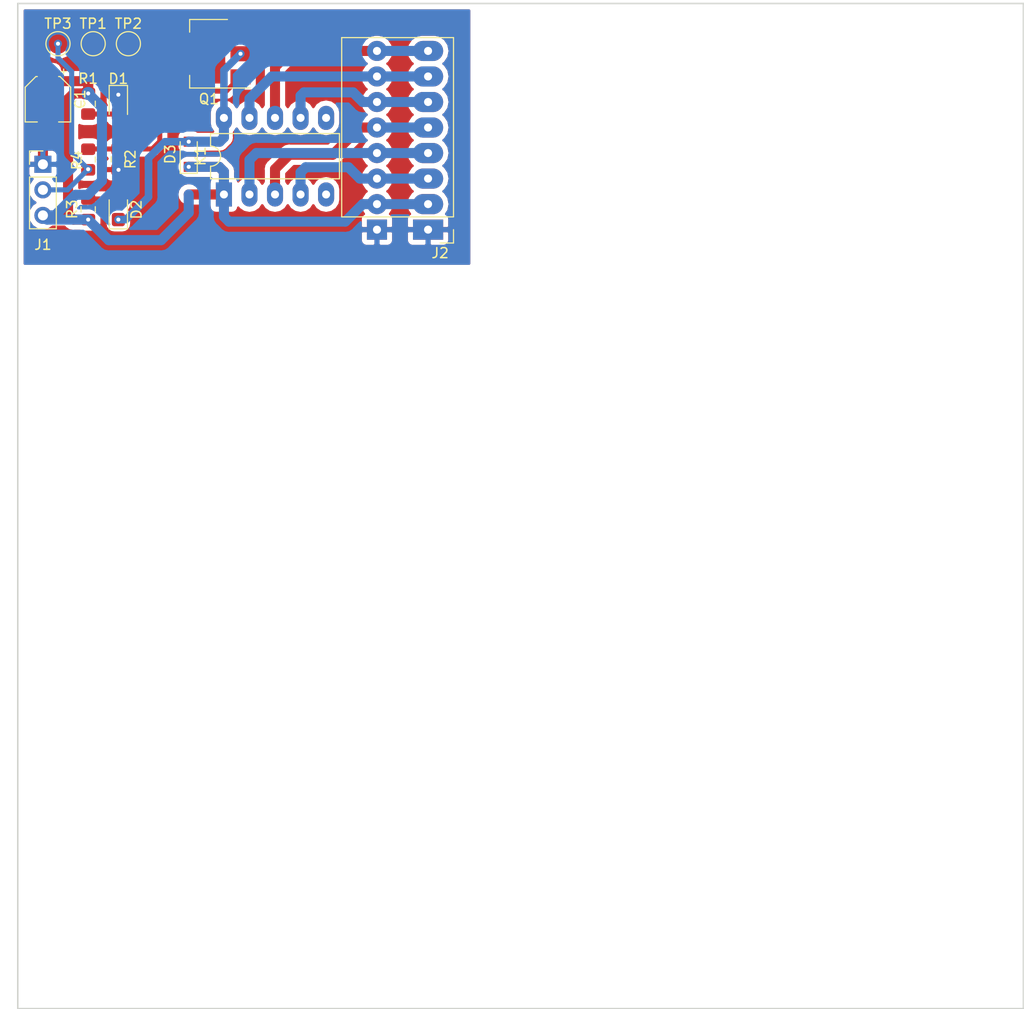
<source format=kicad_pcb>
(kicad_pcb (version 20171130) (host pcbnew 5.0.2-bee76a0~70~ubuntu18.04.1)

  (general
    (thickness 1.6)
    (drawings 4)
    (tracks 121)
    (zones 0)
    (modules 15)
    (nets 14)
  )

  (page A4)
  (layers
    (0 F.Cu signal)
    (31 B.Cu signal)
    (32 B.Adhes user)
    (33 F.Adhes user)
    (34 B.Paste user)
    (35 F.Paste user)
    (36 B.SilkS user)
    (37 F.SilkS user)
    (38 B.Mask user)
    (39 F.Mask user)
    (40 Dwgs.User user)
    (41 Cmts.User user)
    (42 Eco1.User user)
    (43 Eco2.User user)
    (44 Edge.Cuts user)
    (45 Margin user)
    (46 B.CrtYd user)
    (47 F.CrtYd user)
    (48 B.Fab user)
    (49 F.Fab user)
  )

  (setup
    (last_trace_width 0.25)
    (trace_clearance 0.2)
    (zone_clearance 0.508)
    (zone_45_only no)
    (trace_min 0.2)
    (segment_width 0.2)
    (edge_width 0.15)
    (via_size 0.8)
    (via_drill 0.4)
    (via_min_size 0.4)
    (via_min_drill 0.3)
    (uvia_size 0.3)
    (uvia_drill 0.1)
    (uvias_allowed no)
    (uvia_min_size 0.2)
    (uvia_min_drill 0.1)
    (pcb_text_width 0.3)
    (pcb_text_size 1.5 1.5)
    (mod_edge_width 0.15)
    (mod_text_size 1 1)
    (mod_text_width 0.15)
    (pad_size 1.524 1.524)
    (pad_drill 0.762)
    (pad_to_mask_clearance 0.2)
    (solder_mask_min_width 0.25)
    (aux_axis_origin 0 0)
    (visible_elements FFFFFF7F)
    (pcbplotparams
      (layerselection 0x010fc_ffffffff)
      (usegerberextensions false)
      (usegerberattributes false)
      (usegerberadvancedattributes false)
      (creategerberjobfile false)
      (excludeedgelayer true)
      (linewidth 0.100000)
      (plotframeref false)
      (viasonmask false)
      (mode 1)
      (useauxorigin false)
      (hpglpennumber 1)
      (hpglpenspeed 20)
      (hpglpendiameter 15.000000)
      (psnegative false)
      (psa4output false)
      (plotreference true)
      (plotvalue true)
      (plotinvisibletext false)
      (padsonsilk false)
      (subtractmaskfromsilk false)
      (outputformat 1)
      (mirror false)
      (drillshape 1)
      (scaleselection 1)
      (outputdirectory ""))
  )

  (net 0 "")
  (net 1 +3V3)
  (net 2 GND)
  (net 3 "Net-(D1-Pad2)")
  (net 4 "Net-(D2-Pad2)")
  (net 5 /CH1_COM)
  (net 6 /CH1_NC)
  (net 7 /CH1_NO)
  (net 8 /CH2_NO)
  (net 9 /CH2_NC)
  (net 10 /CH2_COM)
  (net 11 "Net-(Q1-Pad1)")
  (net 12 /COIL_N)
  (net 13 /MCU_INPUT)

  (net_class Default "This is the default net class."
    (clearance 0.2)
    (trace_width 0.25)
    (via_dia 0.8)
    (via_drill 0.4)
    (uvia_dia 0.3)
    (uvia_drill 0.1)
    (add_net /MCU_INPUT)
    (add_net "Net-(D1-Pad2)")
    (add_net "Net-(D2-Pad2)")
    (add_net "Net-(Q1-Pad1)")
  )

  (net_class FREEWHEEL ""
    (clearance 0.2)
    (trace_width 0.75)
    (via_dia 0.8)
    (via_drill 0.4)
    (uvia_dia 0.3)
    (uvia_drill 0.1)
    (add_net /COIL_N)
  )

  (net_class PWR_GND ""
    (clearance 0.2)
    (trace_width 1)
    (via_dia 1.3)
    (via_drill 0.4)
    (uvia_dia 0.3)
    (uvia_drill 0.1)
    (add_net +3V3)
    (add_net GND)
  )

  (net_class RELAY_OUTPUT ""
    (clearance 0.2)
    (trace_width 1)
    (via_dia 1.3)
    (via_drill 0.4)
    (uvia_dia 0.3)
    (uvia_drill 0.1)
    (add_net /CH1_COM)
    (add_net /CH1_NC)
    (add_net /CH1_NO)
    (add_net /CH2_COM)
    (add_net /CH2_NC)
    (add_net /CH2_NO)
  )

  (module Diode_SMD:D_SOD-323_HandSoldering (layer F.Cu) (tedit 58641869) (tstamp 5C2939AE)
    (at 42 40 90)
    (descr SOD-323)
    (tags SOD-323)
    (path /5C178516)
    (attr smd)
    (fp_text reference D3 (at 0 -1.85 90) (layer F.SilkS)
      (effects (font (size 1 1) (thickness 0.15)))
    )
    (fp_text value 1N4148 (at 0.1 1.9 90) (layer F.Fab)
      (effects (font (size 1 1) (thickness 0.15)))
    )
    (fp_text user %R (at 0 -1.85 90) (layer F.Fab)
      (effects (font (size 1 1) (thickness 0.15)))
    )
    (fp_line (start -1.9 -0.85) (end -1.9 0.85) (layer F.SilkS) (width 0.12))
    (fp_line (start 0.2 0) (end 0.45 0) (layer F.Fab) (width 0.1))
    (fp_line (start 0.2 0.35) (end -0.3 0) (layer F.Fab) (width 0.1))
    (fp_line (start 0.2 -0.35) (end 0.2 0.35) (layer F.Fab) (width 0.1))
    (fp_line (start -0.3 0) (end 0.2 -0.35) (layer F.Fab) (width 0.1))
    (fp_line (start -0.3 0) (end -0.5 0) (layer F.Fab) (width 0.1))
    (fp_line (start -0.3 -0.35) (end -0.3 0.35) (layer F.Fab) (width 0.1))
    (fp_line (start -0.9 0.7) (end -0.9 -0.7) (layer F.Fab) (width 0.1))
    (fp_line (start 0.9 0.7) (end -0.9 0.7) (layer F.Fab) (width 0.1))
    (fp_line (start 0.9 -0.7) (end 0.9 0.7) (layer F.Fab) (width 0.1))
    (fp_line (start -0.9 -0.7) (end 0.9 -0.7) (layer F.Fab) (width 0.1))
    (fp_line (start -2 -0.95) (end 2 -0.95) (layer F.CrtYd) (width 0.05))
    (fp_line (start 2 -0.95) (end 2 0.95) (layer F.CrtYd) (width 0.05))
    (fp_line (start -2 0.95) (end 2 0.95) (layer F.CrtYd) (width 0.05))
    (fp_line (start -2 -0.95) (end -2 0.95) (layer F.CrtYd) (width 0.05))
    (fp_line (start -1.9 0.85) (end 1.25 0.85) (layer F.SilkS) (width 0.12))
    (fp_line (start -1.9 -0.85) (end 1.25 -0.85) (layer F.SilkS) (width 0.12))
    (pad 1 smd rect (at -1.25 0 90) (size 1 1) (layers F.Cu F.Paste F.Mask)
      (net 1 +3V3))
    (pad 2 smd rect (at 1.25 0 90) (size 1 1) (layers F.Cu F.Paste F.Mask)
      (net 12 /COIL_N))
    (model ${KISYS3DMOD}/Diode_SMD.3dshapes/D_SOD-323.wrl
      (at (xyz 0 0 0))
      (scale (xyz 1 1 1))
      (rotate (xyz 0 0 0))
    )
  )

  (module Capacitor_SMD:CP_Elec_4x5.3 (layer F.Cu) (tedit 5BCA39CF) (tstamp 5C2343ED)
    (at 28 34.525 270)
    (descr "SMD capacitor, aluminum electrolytic, Vishay, 4.0x5.3mm")
    (tags "capacitor electrolytic")
    (path /5C175CD2)
    (attr smd)
    (fp_text reference C1 (at 0 -3.2 270) (layer F.SilkS)
      (effects (font (size 1 1) (thickness 0.15)))
    )
    (fp_text value CP4.7uf,50V (at 0 3.2 270) (layer F.Fab)
      (effects (font (size 1 1) (thickness 0.15)))
    )
    (fp_circle (center 0 0) (end 2 0) (layer F.Fab) (width 0.1))
    (fp_line (start 2.15 -2.15) (end 2.15 2.15) (layer F.Fab) (width 0.1))
    (fp_line (start -1.15 -2.15) (end 2.15 -2.15) (layer F.Fab) (width 0.1))
    (fp_line (start -1.15 2.15) (end 2.15 2.15) (layer F.Fab) (width 0.1))
    (fp_line (start -2.15 -1.15) (end -2.15 1.15) (layer F.Fab) (width 0.1))
    (fp_line (start -2.15 -1.15) (end -1.15 -2.15) (layer F.Fab) (width 0.1))
    (fp_line (start -2.15 1.15) (end -1.15 2.15) (layer F.Fab) (width 0.1))
    (fp_line (start -1.574773 -1) (end -1.174773 -1) (layer F.Fab) (width 0.1))
    (fp_line (start -1.374773 -1.2) (end -1.374773 -0.8) (layer F.Fab) (width 0.1))
    (fp_line (start 2.26 2.26) (end 2.26 1.06) (layer F.SilkS) (width 0.12))
    (fp_line (start 2.26 -2.26) (end 2.26 -1.06) (layer F.SilkS) (width 0.12))
    (fp_line (start -1.195563 -2.26) (end 2.26 -2.26) (layer F.SilkS) (width 0.12))
    (fp_line (start -1.195563 2.26) (end 2.26 2.26) (layer F.SilkS) (width 0.12))
    (fp_line (start -2.26 1.195563) (end -2.26 1.06) (layer F.SilkS) (width 0.12))
    (fp_line (start -2.26 -1.195563) (end -2.26 -1.06) (layer F.SilkS) (width 0.12))
    (fp_line (start -2.26 -1.195563) (end -1.195563 -2.26) (layer F.SilkS) (width 0.12))
    (fp_line (start -2.26 1.195563) (end -1.195563 2.26) (layer F.SilkS) (width 0.12))
    (fp_line (start -3 -1.56) (end -2.5 -1.56) (layer F.SilkS) (width 0.12))
    (fp_line (start -2.75 -1.81) (end -2.75 -1.31) (layer F.SilkS) (width 0.12))
    (fp_line (start 2.4 -2.4) (end 2.4 -1.05) (layer F.CrtYd) (width 0.05))
    (fp_line (start 2.4 -1.05) (end 3.35 -1.05) (layer F.CrtYd) (width 0.05))
    (fp_line (start 3.35 -1.05) (end 3.35 1.05) (layer F.CrtYd) (width 0.05))
    (fp_line (start 3.35 1.05) (end 2.4 1.05) (layer F.CrtYd) (width 0.05))
    (fp_line (start 2.4 1.05) (end 2.4 2.4) (layer F.CrtYd) (width 0.05))
    (fp_line (start -1.25 2.4) (end 2.4 2.4) (layer F.CrtYd) (width 0.05))
    (fp_line (start -1.25 -2.4) (end 2.4 -2.4) (layer F.CrtYd) (width 0.05))
    (fp_line (start -2.4 1.25) (end -1.25 2.4) (layer F.CrtYd) (width 0.05))
    (fp_line (start -2.4 -1.25) (end -1.25 -2.4) (layer F.CrtYd) (width 0.05))
    (fp_line (start -2.4 -1.25) (end -2.4 -1.05) (layer F.CrtYd) (width 0.05))
    (fp_line (start -2.4 1.05) (end -2.4 1.25) (layer F.CrtYd) (width 0.05))
    (fp_line (start -2.4 -1.05) (end -3.35 -1.05) (layer F.CrtYd) (width 0.05))
    (fp_line (start -3.35 -1.05) (end -3.35 1.05) (layer F.CrtYd) (width 0.05))
    (fp_line (start -3.35 1.05) (end -2.4 1.05) (layer F.CrtYd) (width 0.05))
    (fp_text user %R (at 0 0 270) (layer F.Fab)
      (effects (font (size 0.8 0.8) (thickness 0.12)))
    )
    (pad 1 smd roundrect (at -1.8 0 270) (size 2.6 1.6) (layers F.Cu F.Paste F.Mask) (roundrect_rratio 0.15625)
      (net 1 +3V3))
    (pad 2 smd roundrect (at 1.8 0 270) (size 2.6 1.6) (layers F.Cu F.Paste F.Mask) (roundrect_rratio 0.15625)
      (net 2 GND))
    (model ${KISYS3DMOD}/Capacitor_SMD.3dshapes/CP_Elec_4x5.3.wrl
      (at (xyz 0 0 0))
      (scale (xyz 1 1 1))
      (rotate (xyz 0 0 0))
    )
  )

  (module Package_DIP:DIP-10_W7.62mm_LongPads (layer F.Cu) (tedit 5A02E8C5) (tstamp 5C234313)
    (at 45.5 44 90)
    (descr "10-lead though-hole mounted DIP package, row spacing 7.62 mm (300 mils), LongPads")
    (tags "THT DIP DIL PDIP 2.54mm 7.62mm 300mil LongPads")
    (path /5C17187C)
    (fp_text reference K1 (at 3.81 -2.33 90) (layer F.SilkS)
      (effects (font (size 1 1) (thickness 0.15)))
    )
    (fp_text value A5W-K (at 3.81 12.49 90) (layer F.Fab)
      (effects (font (size 1 1) (thickness 0.15)))
    )
    (fp_arc (start 3.81 -1.33) (end 2.81 -1.33) (angle -180) (layer F.SilkS) (width 0.12))
    (fp_line (start 1.635 -1.27) (end 6.985 -1.27) (layer F.Fab) (width 0.1))
    (fp_line (start 6.985 -1.27) (end 6.985 11.43) (layer F.Fab) (width 0.1))
    (fp_line (start 6.985 11.43) (end 0.635 11.43) (layer F.Fab) (width 0.1))
    (fp_line (start 0.635 11.43) (end 0.635 -0.27) (layer F.Fab) (width 0.1))
    (fp_line (start 0.635 -0.27) (end 1.635 -1.27) (layer F.Fab) (width 0.1))
    (fp_line (start 2.81 -1.33) (end 1.56 -1.33) (layer F.SilkS) (width 0.12))
    (fp_line (start 1.56 -1.33) (end 1.56 11.49) (layer F.SilkS) (width 0.12))
    (fp_line (start 1.56 11.49) (end 6.06 11.49) (layer F.SilkS) (width 0.12))
    (fp_line (start 6.06 11.49) (end 6.06 -1.33) (layer F.SilkS) (width 0.12))
    (fp_line (start 6.06 -1.33) (end 4.81 -1.33) (layer F.SilkS) (width 0.12))
    (fp_line (start -1.45 -1.55) (end -1.45 11.7) (layer F.CrtYd) (width 0.05))
    (fp_line (start -1.45 11.7) (end 9.1 11.7) (layer F.CrtYd) (width 0.05))
    (fp_line (start 9.1 11.7) (end 9.1 -1.55) (layer F.CrtYd) (width 0.05))
    (fp_line (start 9.1 -1.55) (end -1.45 -1.55) (layer F.CrtYd) (width 0.05))
    (fp_text user %R (at 3.81 5.08 90) (layer F.Fab)
      (effects (font (size 1 1) (thickness 0.15)))
    )
    (pad 1 thru_hole rect (at 0 0 90) (size 2.4 1.6) (drill 0.8) (layers *.Cu *.Mask)
      (net 1 +3V3))
    (pad 6 thru_hole oval (at 7.62 10.16 90) (size 2.4 1.6) (drill 0.8) (layers *.Cu *.Mask))
    (pad 2 thru_hole oval (at 0 2.54 90) (size 2.4 1.6) (drill 0.8) (layers *.Cu *.Mask)
      (net 6 /CH1_NC))
    (pad 7 thru_hole oval (at 7.62 7.62 90) (size 2.4 1.6) (drill 0.8) (layers *.Cu *.Mask)
      (net 8 /CH2_NO))
    (pad 3 thru_hole oval (at 0 5.08 90) (size 2.4 1.6) (drill 0.8) (layers *.Cu *.Mask)
      (net 5 /CH1_COM))
    (pad 8 thru_hole oval (at 7.62 5.08 90) (size 2.4 1.6) (drill 0.8) (layers *.Cu *.Mask)
      (net 10 /CH2_COM))
    (pad 4 thru_hole oval (at 0 7.62 90) (size 2.4 1.6) (drill 0.8) (layers *.Cu *.Mask)
      (net 7 /CH1_NO))
    (pad 9 thru_hole oval (at 7.62 2.54 90) (size 2.4 1.6) (drill 0.8) (layers *.Cu *.Mask)
      (net 9 /CH2_NC))
    (pad 5 thru_hole oval (at 0 10.16 90) (size 2.4 1.6) (drill 0.8) (layers *.Cu *.Mask))
    (pad 10 thru_hole oval (at 7.62 0 90) (size 2.4 1.6) (drill 0.8) (layers *.Cu *.Mask)
      (net 12 /COIL_N))
    (model ${KISYS3DMOD}/Package_DIP.3dshapes/DIP-10_W7.62mm.wrl
      (at (xyz 0 0 0))
      (scale (xyz 1 1 1))
      (rotate (xyz 0 0 0))
    )
  )

  (module TestPoint:TestPoint_Pad_D2.0mm (layer F.Cu) (tedit 5A0F774F) (tstamp 5C234262)
    (at 29 29)
    (descr "SMD pad as test Point, diameter 2.0mm")
    (tags "test point SMD pad")
    (path /5BBCEEE1)
    (attr virtual)
    (fp_text reference TP3 (at 0 -1.998) (layer F.SilkS)
      (effects (font (size 1 1) (thickness 0.15)))
    )
    (fp_text value TestPoint (at 0 2.05) (layer F.Fab)
      (effects (font (size 1 1) (thickness 0.15)))
    )
    (fp_text user %R (at 0 -2) (layer F.Fab)
      (effects (font (size 1 1) (thickness 0.15)))
    )
    (fp_circle (center 0 0) (end 1.5 0) (layer F.CrtYd) (width 0.05))
    (fp_circle (center 0 0) (end 0 1.2) (layer F.SilkS) (width 0.12))
    (pad 1 smd circle (at 0 0) (size 2 2) (layers F.Cu F.Mask)
      (net 13 /MCU_INPUT))
  )

  (module TestPoint:TestPoint_Pad_D2.0mm (layer F.Cu) (tedit 5A0F774F) (tstamp 5C23425B)
    (at 36 29)
    (descr "SMD pad as test Point, diameter 2.0mm")
    (tags "test point SMD pad")
    (path /5BBCDC51)
    (attr virtual)
    (fp_text reference TP2 (at 0 -1.998) (layer F.SilkS)
      (effects (font (size 1 1) (thickness 0.15)))
    )
    (fp_text value TestPoint (at 0 2.05) (layer F.Fab)
      (effects (font (size 1 1) (thickness 0.15)))
    )
    (fp_circle (center 0 0) (end 0 1.2) (layer F.SilkS) (width 0.12))
    (fp_circle (center 0 0) (end 1.5 0) (layer F.CrtYd) (width 0.05))
    (fp_text user %R (at 0 -2) (layer F.Fab)
      (effects (font (size 1 1) (thickness 0.15)))
    )
    (pad 1 smd circle (at 0 0) (size 2 2) (layers F.Cu F.Mask)
      (net 1 +3V3))
  )

  (module TestPoint:TestPoint_Pad_D2.0mm (layer F.Cu) (tedit 5A0F774F) (tstamp 5C234254)
    (at 32.5 29)
    (descr "SMD pad as test Point, diameter 2.0mm")
    (tags "test point SMD pad")
    (path /5BBCC8B9)
    (attr virtual)
    (fp_text reference TP1 (at 0 -1.998) (layer F.SilkS)
      (effects (font (size 1 1) (thickness 0.15)))
    )
    (fp_text value TestPoint (at 0 2.05) (layer F.Fab)
      (effects (font (size 1 1) (thickness 0.15)))
    )
    (fp_text user %R (at 0 -2) (layer F.Fab)
      (effects (font (size 1 1) (thickness 0.15)))
    )
    (fp_circle (center 0 0) (end 1.5 0) (layer F.CrtYd) (width 0.05))
    (fp_circle (center 0 0) (end 0 1.2) (layer F.SilkS) (width 0.12))
    (pad 1 smd circle (at 0 0) (size 2 2) (layers F.Cu F.Mask)
      (net 2 GND))
  )

  (module footprint-lib.pretty:KF141V141R_Straight_1x08_Pitch2.54mm (layer F.Cu) (tedit 5BBB440B) (tstamp 5BCB1B73)
    (at 67 47.5 180)
    (descr "Through hole straight pin header, 1x08, 2.54mm pitch, single row")
    (tags "Through hole pin header THT 1x08 2.54mm single row")
    (path /5BBB4891)
    (fp_text reference J2 (at 0 -2.33 180) (layer F.SilkS)
      (effects (font (size 1 1) (thickness 0.15)))
    )
    (fp_text value Conn_01x03 (at 10.16 12.7 270) (layer F.Fab)
      (effects (font (size 1 1) (thickness 0.15)))
    )
    (fp_line (start -0.635 -1.27) (end 9.73 -1.27) (layer F.Fab) (width 0.1))
    (fp_line (start 9.73 -1.27) (end 9.73 19.05) (layer F.Fab) (width 0.1))
    (fp_line (start 9.73 19.05) (end -1.27 19.05) (layer F.Fab) (width 0.1))
    (fp_line (start -1.27 19.05) (end -1.27 -0.635) (layer F.Fab) (width 0.1))
    (fp_line (start -1.27 -0.635) (end -0.635 -1.27) (layer F.Fab) (width 0.1))
    (fp_line (start -1.33 19.11) (end 9.79 19.11) (layer F.SilkS) (width 0.12))
    (fp_line (start -1.33 1.27) (end -1.33 19.11) (layer F.SilkS) (width 0.12))
    (fp_line (start 9.79 1.27) (end 9.79 19.11) (layer F.SilkS) (width 0.12))
    (fp_line (start -1.33 1.27) (end 9.79 1.27) (layer F.SilkS) (width 0.12))
    (fp_line (start -1.33 0) (end -1.33 -1.33) (layer F.SilkS) (width 0.12))
    (fp_line (start -1.33 -1.33) (end 0 -1.33) (layer F.SilkS) (width 0.12))
    (fp_line (start -1.8 -1.8) (end -1.8 22.09) (layer F.CrtYd) (width 0.05))
    (fp_line (start -1.8 22.09) (end 10.9 22.09) (layer F.CrtYd) (width 0.05))
    (fp_line (start 10.9 22.09) (end 10.9 -1.8) (layer F.CrtYd) (width 0.05))
    (fp_line (start 10.9 -1.8) (end -1.8 -1.8) (layer F.CrtYd) (width 0.05))
    (fp_text user %R (at 3 8.89 270) (layer F.Fab)
      (effects (font (size 1 1) (thickness 0.15)))
    )
    (pad 1 thru_hole rect (at 1.2 0 180) (size 3 2) (drill 0.8) (layers *.Cu *.Mask)
      (net 2 GND))
    (pad 2 thru_hole oval (at 1.2 2.54 180) (size 3 2) (drill 0.8) (layers *.Cu *.Mask)
      (net 1 +3V3))
    (pad 3 thru_hole oval (at 1.2 5.08 180) (size 3 2) (drill 0.8) (layers *.Cu *.Mask)
      (net 7 /CH1_NO))
    (pad 4 thru_hole oval (at 1.2 7.62 180) (size 3 2) (drill 0.8) (layers *.Cu *.Mask)
      (net 6 /CH1_NC))
    (pad 5 thru_hole oval (at 1.2 10.16 180) (size 3 2) (drill 0.8) (layers *.Cu *.Mask)
      (net 5 /CH1_COM))
    (pad 6 thru_hole oval (at 1.2 12.7 180) (size 3 2) (drill 0.8) (layers *.Cu *.Mask)
      (net 8 /CH2_NO))
    (pad 7 thru_hole oval (at 1.2 15.24 180) (size 3 2) (drill 0.8) (layers *.Cu *.Mask)
      (net 9 /CH2_NC))
    (pad 8 thru_hole oval (at 1.2 17.78 180) (size 3 2) (drill 0.8) (layers *.Cu *.Mask)
      (net 10 /CH2_COM))
    (pad 1 thru_hole rect (at 6.28 0 180) (size 2 2) (drill 0.8) (layers *.Cu *.Mask)
      (net 2 GND))
    (pad 3 thru_hole oval (at 6.28 5.08 180) (size 2 2) (drill 0.8) (layers *.Cu *.Mask)
      (net 7 /CH1_NO))
    (pad 7 thru_hole oval (at 6.28 15.24 180) (size 2 2) (drill 0.8) (layers *.Cu *.Mask)
      (net 9 /CH2_NC))
    (pad 2 thru_hole oval (at 6.28 2.54 180) (size 2 2) (drill 0.8) (layers *.Cu *.Mask)
      (net 1 +3V3))
    (pad 5 thru_hole oval (at 6.28 10.16 180) (size 2 2) (drill 0.8) (layers *.Cu *.Mask)
      (net 5 /CH1_COM))
    (pad 6 thru_hole oval (at 6.28 12.7 180) (size 2 2) (drill 0.8) (layers *.Cu *.Mask)
      (net 8 /CH2_NO))
    (pad 4 thru_hole oval (at 6.28 7.62 180) (size 2 2) (drill 0.8) (layers *.Cu *.Mask)
      (net 6 /CH1_NC))
    (pad 8 thru_hole oval (at 6.28 17.78 180) (size 2 2) (drill 0.8) (layers *.Cu *.Mask)
      (net 10 /CH2_COM))
    (model ${KISYS3DMOD}/Pin_Headers.3dshapes/Pin_Header_Straight_1x08_Pitch2.54mm.wrl
      (at (xyz 0 0 0))
      (scale (xyz 1 1 1))
      (rotate (xyz 0 0 0))
    )
  )

  (module Resistor_SMD:R_0805_2012Metric_Pad1.15x1.40mm_HandSolder (layer F.Cu) (tedit 5B36C52B) (tstamp 5BC9F865)
    (at 32 34.975 90)
    (descr "Resistor SMD 0805 (2012 Metric), square (rectangular) end terminal, IPC_7351 nominal with elongated pad for handsoldering. (Body size source: https://docs.google.com/spreadsheets/d/1BsfQQcO9C6DZCsRaXUlFlo91Tg2WpOkGARC1WS5S8t0/edit?usp=sharing), generated with kicad-footprint-generator")
    (tags "resistor handsolder")
    (path /5BBB8777)
    (attr smd)
    (fp_text reference R1 (at 2.5 0) (layer F.SilkS)
      (effects (font (size 1 1) (thickness 0.15)))
    )
    (fp_text value 511 (at 0 1.65 90) (layer F.Fab)
      (effects (font (size 1 1) (thickness 0.15)))
    )
    (fp_text user %R (at 0 0 90) (layer F.Fab)
      (effects (font (size 0.5 0.5) (thickness 0.08)))
    )
    (fp_line (start 1.85 0.95) (end -1.85 0.95) (layer F.CrtYd) (width 0.05))
    (fp_line (start 1.85 -0.95) (end 1.85 0.95) (layer F.CrtYd) (width 0.05))
    (fp_line (start -1.85 -0.95) (end 1.85 -0.95) (layer F.CrtYd) (width 0.05))
    (fp_line (start -1.85 0.95) (end -1.85 -0.95) (layer F.CrtYd) (width 0.05))
    (fp_line (start -0.261252 0.71) (end 0.261252 0.71) (layer F.SilkS) (width 0.12))
    (fp_line (start -0.261252 -0.71) (end 0.261252 -0.71) (layer F.SilkS) (width 0.12))
    (fp_line (start 1 0.6) (end -1 0.6) (layer F.Fab) (width 0.1))
    (fp_line (start 1 -0.6) (end 1 0.6) (layer F.Fab) (width 0.1))
    (fp_line (start -1 -0.6) (end 1 -0.6) (layer F.Fab) (width 0.1))
    (fp_line (start -1 0.6) (end -1 -0.6) (layer F.Fab) (width 0.1))
    (pad 2 smd roundrect (at 1.025 0 90) (size 1.15 1.4) (layers F.Cu F.Paste F.Mask) (roundrect_rratio 0.217391)
      (net 1 +3V3))
    (pad 1 smd roundrect (at -1.025 0 90) (size 1.15 1.4) (layers F.Cu F.Paste F.Mask) (roundrect_rratio 0.217391)
      (net 3 "Net-(D1-Pad2)"))
    (model ${KISYS3DMOD}/Resistor_SMD.3dshapes/R_0805_2012Metric.wrl
      (at (xyz 0 0 0))
      (scale (xyz 1 1 1))
      (rotate (xyz 0 0 0))
    )
  )

  (module LED_SMD:LED_0805_2012Metric_Castellated (layer F.Cu) (tedit 5B36C52C) (tstamp 5BC9A1AA)
    (at 35 35.0375 270)
    (descr "LED SMD 0805 (2012 Metric), castellated end terminal, IPC_7351 nominal, (Body size source: https://docs.google.com/spreadsheets/d/1BsfQQcO9C6DZCsRaXUlFlo91Tg2WpOkGARC1WS5S8t0/edit?usp=sharing), generated with kicad-footprint-generator")
    (tags "LED castellated")
    (path /5BBB87D3)
    (attr smd)
    (fp_text reference D1 (at -2.55 0 180) (layer F.SilkS)
      (effects (font (size 1 1) (thickness 0.15)))
    )
    (fp_text value 3V3_STATUS (at 0 1.6 270) (layer F.Fab)
      (effects (font (size 1 1) (thickness 0.15)))
    )
    (fp_text user %R (at 0 0 270) (layer F.Fab)
      (effects (font (size 0.5 0.5) (thickness 0.08)))
    )
    (fp_line (start 1.88 0.9) (end -1.88 0.9) (layer F.CrtYd) (width 0.05))
    (fp_line (start 1.88 -0.9) (end 1.88 0.9) (layer F.CrtYd) (width 0.05))
    (fp_line (start -1.88 -0.9) (end 1.88 -0.9) (layer F.CrtYd) (width 0.05))
    (fp_line (start -1.88 0.9) (end -1.88 -0.9) (layer F.CrtYd) (width 0.05))
    (fp_line (start -1.885 0.91) (end 1 0.91) (layer F.SilkS) (width 0.12))
    (fp_line (start -1.885 -0.91) (end -1.885 0.91) (layer F.SilkS) (width 0.12))
    (fp_line (start 1 -0.91) (end -1.885 -0.91) (layer F.SilkS) (width 0.12))
    (fp_line (start 1 0.6) (end 1 -0.6) (layer F.Fab) (width 0.1))
    (fp_line (start -1 0.6) (end 1 0.6) (layer F.Fab) (width 0.1))
    (fp_line (start -1 -0.3) (end -1 0.6) (layer F.Fab) (width 0.1))
    (fp_line (start -0.7 -0.6) (end -1 -0.3) (layer F.Fab) (width 0.1))
    (fp_line (start 1 -0.6) (end -0.7 -0.6) (layer F.Fab) (width 0.1))
    (pad 2 smd roundrect (at 0.9625 0 270) (size 1.325 1.3) (layers F.Cu F.Paste F.Mask) (roundrect_rratio 0.192308)
      (net 3 "Net-(D1-Pad2)"))
    (pad 1 smd roundrect (at -0.9625 0 270) (size 1.325 1.3) (layers F.Cu F.Paste F.Mask) (roundrect_rratio 0.192308)
      (net 2 GND))
    (model ${KISYS3DMOD}/LED_SMD.3dshapes/LED_0805_2012Metric_Castellated.wrl
      (at (xyz 0 0 0))
      (scale (xyz 1 1 1))
      (rotate (xyz 0 0 0))
    )
  )

  (module LED_SMD:LED_0805_2012Metric_Castellated (layer F.Cu) (tedit 5B36C52C) (tstamp 5BC9A1BD)
    (at 35 45.5375 90)
    (descr "LED SMD 0805 (2012 Metric), castellated end terminal, IPC_7351 nominal, (Body size source: https://docs.google.com/spreadsheets/d/1BsfQQcO9C6DZCsRaXUlFlo91Tg2WpOkGARC1WS5S8t0/edit?usp=sharing), generated with kicad-footprint-generator")
    (tags "LED castellated")
    (path /5BBB29F7)
    (attr smd)
    (fp_text reference D2 (at 0.0375 1.8 270) (layer F.SilkS)
      (effects (font (size 1 1) (thickness 0.15)))
    )
    (fp_text value RELAY_STATUS (at 0 1.6 90) (layer F.Fab)
      (effects (font (size 1 1) (thickness 0.15)))
    )
    (fp_line (start 1 -0.6) (end -0.7 -0.6) (layer F.Fab) (width 0.1))
    (fp_line (start -0.7 -0.6) (end -1 -0.3) (layer F.Fab) (width 0.1))
    (fp_line (start -1 -0.3) (end -1 0.6) (layer F.Fab) (width 0.1))
    (fp_line (start -1 0.6) (end 1 0.6) (layer F.Fab) (width 0.1))
    (fp_line (start 1 0.6) (end 1 -0.6) (layer F.Fab) (width 0.1))
    (fp_line (start 1 -0.91) (end -1.885 -0.91) (layer F.SilkS) (width 0.12))
    (fp_line (start -1.885 -0.91) (end -1.885 0.91) (layer F.SilkS) (width 0.12))
    (fp_line (start -1.885 0.91) (end 1 0.91) (layer F.SilkS) (width 0.12))
    (fp_line (start -1.88 0.9) (end -1.88 -0.9) (layer F.CrtYd) (width 0.05))
    (fp_line (start -1.88 -0.9) (end 1.88 -0.9) (layer F.CrtYd) (width 0.05))
    (fp_line (start 1.88 -0.9) (end 1.88 0.9) (layer F.CrtYd) (width 0.05))
    (fp_line (start 1.88 0.9) (end -1.88 0.9) (layer F.CrtYd) (width 0.05))
    (fp_text user %R (at 0 0 90) (layer F.Fab)
      (effects (font (size 0.5 0.5) (thickness 0.08)))
    )
    (pad 1 smd roundrect (at -0.9625 0 90) (size 1.325 1.3) (layers F.Cu F.Paste F.Mask) (roundrect_rratio 0.192308)
      (net 12 /COIL_N))
    (pad 2 smd roundrect (at 0.9625 0 90) (size 1.325 1.3) (layers F.Cu F.Paste F.Mask) (roundrect_rratio 0.192308)
      (net 4 "Net-(D2-Pad2)"))
    (model ${KISYS3DMOD}/LED_SMD.3dshapes/LED_0805_2012Metric_Castellated.wrl
      (at (xyz 0 0 0))
      (scale (xyz 1 1 1))
      (rotate (xyz 0 0 0))
    )
  )

  (module Connector_PinHeader_2.54mm:PinHeader_1x03_P2.54mm_Vertical (layer F.Cu) (tedit 59FED5CC) (tstamp 5BC9D439)
    (at 27.5 41)
    (descr "Through hole straight pin header, 1x03, 2.54mm pitch, single row")
    (tags "Through hole pin header THT 1x03 2.54mm single row")
    (path /5BBB7094)
    (fp_text reference J1 (at 0 8) (layer F.SilkS)
      (effects (font (size 1 1) (thickness 0.15)))
    )
    (fp_text value MCU_INPUT (at 0 7.41) (layer F.Fab)
      (effects (font (size 1 1) (thickness 0.15)))
    )
    (fp_line (start -0.635 -1.27) (end 1.27 -1.27) (layer F.Fab) (width 0.1))
    (fp_line (start 1.27 -1.27) (end 1.27 6.35) (layer F.Fab) (width 0.1))
    (fp_line (start 1.27 6.35) (end -1.27 6.35) (layer F.Fab) (width 0.1))
    (fp_line (start -1.27 6.35) (end -1.27 -0.635) (layer F.Fab) (width 0.1))
    (fp_line (start -1.27 -0.635) (end -0.635 -1.27) (layer F.Fab) (width 0.1))
    (fp_line (start -1.33 6.41) (end 1.33 6.41) (layer F.SilkS) (width 0.12))
    (fp_line (start -1.33 1.27) (end -1.33 6.41) (layer F.SilkS) (width 0.12))
    (fp_line (start 1.33 1.27) (end 1.33 6.41) (layer F.SilkS) (width 0.12))
    (fp_line (start -1.33 1.27) (end 1.33 1.27) (layer F.SilkS) (width 0.12))
    (fp_line (start -1.33 0) (end -1.33 -1.33) (layer F.SilkS) (width 0.12))
    (fp_line (start -1.33 -1.33) (end 0 -1.33) (layer F.SilkS) (width 0.12))
    (fp_line (start -1.8 -1.8) (end -1.8 6.85) (layer F.CrtYd) (width 0.05))
    (fp_line (start -1.8 6.85) (end 1.8 6.85) (layer F.CrtYd) (width 0.05))
    (fp_line (start 1.8 6.85) (end 1.8 -1.8) (layer F.CrtYd) (width 0.05))
    (fp_line (start 1.8 -1.8) (end -1.8 -1.8) (layer F.CrtYd) (width 0.05))
    (fp_text user %R (at 0 2.54 90) (layer F.Fab)
      (effects (font (size 1 1) (thickness 0.15)))
    )
    (pad 1 thru_hole rect (at 0 0) (size 1.7 1.7) (drill 1) (layers *.Cu *.Mask)
      (net 2 GND))
    (pad 2 thru_hole oval (at 0 2.54) (size 1.7 1.7) (drill 1) (layers *.Cu *.Mask)
      (net 13 /MCU_INPUT))
    (pad 3 thru_hole oval (at 0 5.08) (size 1.7 1.7) (drill 1) (layers *.Cu *.Mask)
      (net 1 +3V3))
    (model ${KISYS3DMOD}/Connector_PinHeader_2.54mm.3dshapes/PinHeader_1x03_P2.54mm_Vertical.wrl
      (at (xyz 0 0 0))
      (scale (xyz 1 1 1))
      (rotate (xyz 0 0 0))
    )
  )

  (module Package_TO_SOT_SMD:SOT-223 (layer F.Cu) (tedit 5A02FF57) (tstamp 5BC9A261)
    (at 44 30 180)
    (descr "module CMS SOT223 4 pins")
    (tags "CMS SOT")
    (path /5BBB272C)
    (attr smd)
    (fp_text reference Q1 (at 0 -4.5 180) (layer F.SilkS)
      (effects (font (size 1 1) (thickness 0.15)))
    )
    (fp_text value PZT2222A (at 0 4.5 180) (layer F.Fab)
      (effects (font (size 1 1) (thickness 0.15)))
    )
    (fp_text user %R (at 0 0 270) (layer F.Fab)
      (effects (font (size 0.8 0.8) (thickness 0.12)))
    )
    (fp_line (start -1.85 -2.3) (end -0.8 -3.35) (layer F.Fab) (width 0.1))
    (fp_line (start 1.91 3.41) (end 1.91 2.15) (layer F.SilkS) (width 0.12))
    (fp_line (start 1.91 -3.41) (end 1.91 -2.15) (layer F.SilkS) (width 0.12))
    (fp_line (start 4.4 -3.6) (end -4.4 -3.6) (layer F.CrtYd) (width 0.05))
    (fp_line (start 4.4 3.6) (end 4.4 -3.6) (layer F.CrtYd) (width 0.05))
    (fp_line (start -4.4 3.6) (end 4.4 3.6) (layer F.CrtYd) (width 0.05))
    (fp_line (start -4.4 -3.6) (end -4.4 3.6) (layer F.CrtYd) (width 0.05))
    (fp_line (start -1.85 -2.3) (end -1.85 3.35) (layer F.Fab) (width 0.1))
    (fp_line (start -1.85 3.41) (end 1.91 3.41) (layer F.SilkS) (width 0.12))
    (fp_line (start -0.8 -3.35) (end 1.85 -3.35) (layer F.Fab) (width 0.1))
    (fp_line (start -4.1 -3.41) (end 1.91 -3.41) (layer F.SilkS) (width 0.12))
    (fp_line (start -1.85 3.35) (end 1.85 3.35) (layer F.Fab) (width 0.1))
    (fp_line (start 1.85 -3.35) (end 1.85 3.35) (layer F.Fab) (width 0.1))
    (pad 4 smd rect (at 3.15 0 180) (size 2 3.8) (layers F.Cu F.Paste F.Mask))
    (pad 2 smd rect (at -3.15 0 180) (size 2 1.5) (layers F.Cu F.Paste F.Mask)
      (net 12 /COIL_N))
    (pad 3 smd rect (at -3.15 2.3 180) (size 2 1.5) (layers F.Cu F.Paste F.Mask)
      (net 2 GND))
    (pad 1 smd rect (at -3.15 -2.3 180) (size 2 1.5) (layers F.Cu F.Paste F.Mask)
      (net 11 "Net-(Q1-Pad1)"))
    (model ${KISYS3DMOD}/Package_TO_SOT_SMD.3dshapes/SOT-223.wrl
      (at (xyz 0 0 0))
      (scale (xyz 1 1 1))
      (rotate (xyz 0 0 0))
    )
  )

  (module Resistor_SMD:R_0805_2012Metric_Pad1.15x1.40mm_HandSolder (layer F.Cu) (tedit 5B36C52B) (tstamp 5BC9A283)
    (at 32 40.525 270)
    (descr "Resistor SMD 0805 (2012 Metric), square (rectangular) end terminal, IPC_7351 nominal with elongated pad for handsoldering. (Body size source: https://docs.google.com/spreadsheets/d/1BsfQQcO9C6DZCsRaXUlFlo91Tg2WpOkGARC1WS5S8t0/edit?usp=sharing), generated with kicad-footprint-generator")
    (tags "resistor handsolder")
    (path /5BBB455B)
    (attr smd)
    (fp_text reference R2 (at -0.025 -4.2 270) (layer F.SilkS)
      (effects (font (size 1 1) (thickness 0.15)))
    )
    (fp_text value 102 (at 0 1.65 270) (layer F.Fab)
      (effects (font (size 1 1) (thickness 0.15)))
    )
    (fp_text user %R (at 0 0 270) (layer F.Fab)
      (effects (font (size 0.5 0.5) (thickness 0.08)))
    )
    (fp_line (start 1.85 0.95) (end -1.85 0.95) (layer F.CrtYd) (width 0.05))
    (fp_line (start 1.85 -0.95) (end 1.85 0.95) (layer F.CrtYd) (width 0.05))
    (fp_line (start -1.85 -0.95) (end 1.85 -0.95) (layer F.CrtYd) (width 0.05))
    (fp_line (start -1.85 0.95) (end -1.85 -0.95) (layer F.CrtYd) (width 0.05))
    (fp_line (start -0.261252 0.71) (end 0.261252 0.71) (layer F.SilkS) (width 0.12))
    (fp_line (start -0.261252 -0.71) (end 0.261252 -0.71) (layer F.SilkS) (width 0.12))
    (fp_line (start 1 0.6) (end -1 0.6) (layer F.Fab) (width 0.1))
    (fp_line (start 1 -0.6) (end 1 0.6) (layer F.Fab) (width 0.1))
    (fp_line (start -1 -0.6) (end 1 -0.6) (layer F.Fab) (width 0.1))
    (fp_line (start -1 0.6) (end -1 -0.6) (layer F.Fab) (width 0.1))
    (pad 2 smd roundrect (at 1.025 0 270) (size 1.15 1.4) (layers F.Cu F.Paste F.Mask) (roundrect_rratio 0.217391)
      (net 13 /MCU_INPUT))
    (pad 1 smd roundrect (at -1.025 0 270) (size 1.15 1.4) (layers F.Cu F.Paste F.Mask) (roundrect_rratio 0.217391)
      (net 11 "Net-(Q1-Pad1)"))
    (model ${KISYS3DMOD}/Resistor_SMD.3dshapes/R_0805_2012Metric.wrl
      (at (xyz 0 0 0))
      (scale (xyz 1 1 1))
      (rotate (xyz 0 0 0))
    )
  )

  (module Resistor_SMD:R_0805_2012Metric_Pad1.15x1.40mm_HandSolder (layer F.Cu) (tedit 5B36C52B) (tstamp 5BC9A294)
    (at 32 45.475 90)
    (descr "Resistor SMD 0805 (2012 Metric), square (rectangular) end terminal, IPC_7351 nominal with elongated pad for handsoldering. (Body size source: https://docs.google.com/spreadsheets/d/1BsfQQcO9C6DZCsRaXUlFlo91Tg2WpOkGARC1WS5S8t0/edit?usp=sharing), generated with kicad-footprint-generator")
    (tags "resistor handsolder")
    (path /5BBB2962)
    (attr smd)
    (fp_text reference R3 (at 0 -1.6 90) (layer F.SilkS)
      (effects (font (size 1 1) (thickness 0.15)))
    )
    (fp_text value 102 (at 0 1.65 90) (layer F.Fab)
      (effects (font (size 1 1) (thickness 0.15)))
    )
    (fp_line (start -1 0.6) (end -1 -0.6) (layer F.Fab) (width 0.1))
    (fp_line (start -1 -0.6) (end 1 -0.6) (layer F.Fab) (width 0.1))
    (fp_line (start 1 -0.6) (end 1 0.6) (layer F.Fab) (width 0.1))
    (fp_line (start 1 0.6) (end -1 0.6) (layer F.Fab) (width 0.1))
    (fp_line (start -0.261252 -0.71) (end 0.261252 -0.71) (layer F.SilkS) (width 0.12))
    (fp_line (start -0.261252 0.71) (end 0.261252 0.71) (layer F.SilkS) (width 0.12))
    (fp_line (start -1.85 0.95) (end -1.85 -0.95) (layer F.CrtYd) (width 0.05))
    (fp_line (start -1.85 -0.95) (end 1.85 -0.95) (layer F.CrtYd) (width 0.05))
    (fp_line (start 1.85 -0.95) (end 1.85 0.95) (layer F.CrtYd) (width 0.05))
    (fp_line (start 1.85 0.95) (end -1.85 0.95) (layer F.CrtYd) (width 0.05))
    (fp_text user %R (at 0 0 90) (layer F.Fab)
      (effects (font (size 0.5 0.5) (thickness 0.08)))
    )
    (pad 1 smd roundrect (at -1.025 0 90) (size 1.15 1.4) (layers F.Cu F.Paste F.Mask) (roundrect_rratio 0.217391)
      (net 1 +3V3))
    (pad 2 smd roundrect (at 1.025 0 90) (size 1.15 1.4) (layers F.Cu F.Paste F.Mask) (roundrect_rratio 0.217391)
      (net 4 "Net-(D2-Pad2)"))
    (model ${KISYS3DMOD}/Resistor_SMD.3dshapes/R_0805_2012Metric.wrl
      (at (xyz 0 0 0))
      (scale (xyz 1 1 1))
      (rotate (xyz 0 0 0))
    )
  )

  (module Resistor_SMD:R_0805_2012Metric_Pad1.15x1.40mm_HandSolder (layer F.Cu) (tedit 5B36C52B) (tstamp 5BC9A2A5)
    (at 35 40.5 90)
    (descr "Resistor SMD 0805 (2012 Metric), square (rectangular) end terminal, IPC_7351 nominal with elongated pad for handsoldering. (Body size source: https://docs.google.com/spreadsheets/d/1BsfQQcO9C6DZCsRaXUlFlo91Tg2WpOkGARC1WS5S8t0/edit?usp=sharing), generated with kicad-footprint-generator")
    (tags "resistor handsolder")
    (path /5BBB45E0)
    (attr smd)
    (fp_text reference R4 (at -0.1 -4.1 90) (layer F.SilkS)
      (effects (font (size 1 1) (thickness 0.15)))
    )
    (fp_text value 103 (at 0 1.65 90) (layer F.Fab)
      (effects (font (size 1 1) (thickness 0.15)))
    )
    (fp_line (start -1 0.6) (end -1 -0.6) (layer F.Fab) (width 0.1))
    (fp_line (start -1 -0.6) (end 1 -0.6) (layer F.Fab) (width 0.1))
    (fp_line (start 1 -0.6) (end 1 0.6) (layer F.Fab) (width 0.1))
    (fp_line (start 1 0.6) (end -1 0.6) (layer F.Fab) (width 0.1))
    (fp_line (start -0.261252 -0.71) (end 0.261252 -0.71) (layer F.SilkS) (width 0.12))
    (fp_line (start -0.261252 0.71) (end 0.261252 0.71) (layer F.SilkS) (width 0.12))
    (fp_line (start -1.85 0.95) (end -1.85 -0.95) (layer F.CrtYd) (width 0.05))
    (fp_line (start -1.85 -0.95) (end 1.85 -0.95) (layer F.CrtYd) (width 0.05))
    (fp_line (start 1.85 -0.95) (end 1.85 0.95) (layer F.CrtYd) (width 0.05))
    (fp_line (start 1.85 0.95) (end -1.85 0.95) (layer F.CrtYd) (width 0.05))
    (fp_text user %R (at 0 0 90) (layer F.Fab)
      (effects (font (size 0.5 0.5) (thickness 0.08)))
    )
    (pad 1 smd roundrect (at -1.025 0 90) (size 1.15 1.4) (layers F.Cu F.Paste F.Mask) (roundrect_rratio 0.217391)
      (net 2 GND))
    (pad 2 smd roundrect (at 1.025 0 90) (size 1.15 1.4) (layers F.Cu F.Paste F.Mask) (roundrect_rratio 0.217391)
      (net 11 "Net-(Q1-Pad1)"))
    (model ${KISYS3DMOD}/Resistor_SMD.3dshapes/R_0805_2012Metric.wrl
      (at (xyz 0 0 0))
      (scale (xyz 1 1 1))
      (rotate (xyz 0 0 0))
    )
  )

  (gr_line (start 125 25) (end 25 25) (layer Edge.Cuts) (width 0.15))
  (gr_line (start 125 125) (end 125 25) (layer Edge.Cuts) (width 0.15))
  (gr_line (start 25 125) (end 125 125) (layer Edge.Cuts) (width 0.15))
  (gr_line (start 25 25) (end 25 125) (layer Edge.Cuts) (width 0.15))

  (via (at 35.02 41.55) (size 1.3) (drill 0.4) (layers F.Cu B.Cu) (net 2))
  (segment (start 27.7748 32.9998) (end 27.5 32.725) (width 1) (layer F.Cu) (net 1))
  (segment (start 32 33.95) (end 32 32.9998) (width 1) (layer F.Cu) (net 1))
  (segment (start 60.72 44.96) (end 65.8 44.96) (width 1) (layer B.Cu) (net 1))
  (segment (start 28.7502 46.08) (end 29.0503 46.08) (width 1) (layer F.Cu) (net 1))
  (segment (start 27.5 46.08) (end 28.7502 46.08) (width 1) (layer F.Cu) (net 1))
  (segment (start 42 44) (end 45.5 44) (width 1) (layer F.Cu) (net 1))
  (segment (start 42 45.8) (end 39.26 48.54) (width 1) (layer B.Cu) (net 1))
  (segment (start 42 44) (end 42 45.8) (width 1) (layer B.Cu) (net 1))
  (via (at 32 46.5) (size 1) (drill 0.4) (layers F.Cu B.Cu) (net 1))
  (segment (start 39.26 48.54) (end 34.04 48.54) (width 1) (layer B.Cu) (net 1))
  (segment (start 34.04 48.54) (end 32 46.5) (width 1) (layer B.Cu) (net 1))
  (segment (start 27.92 46.5) (end 27.5 46.08) (width 1) (layer B.Cu) (net 1))
  (segment (start 32 46.5) (end 27.92 46.5) (width 1) (layer B.Cu) (net 1))
  (segment (start 28.702081 46.08) (end 30.752081 44.03) (width 1) (layer B.Cu) (net 1))
  (segment (start 27.5 46.08) (end 28.702081 46.08) (width 1) (layer B.Cu) (net 1))
  (segment (start 30.752081 44.03) (end 31.97 44.03) (width 1) (layer B.Cu) (net 1))
  (segment (start 31.97 44.03) (end 33.37 42.63) (width 1) (layer B.Cu) (net 1))
  (via (at 32 33.95) (size 1.3) (drill 0.4) (layers F.Cu B.Cu) (net 1))
  (segment (start 33.37 35.32) (end 32 33.95) (width 1) (layer B.Cu) (net 1))
  (segment (start 33.37 42.63) (end 33.37 35.32) (width 1) (layer B.Cu) (net 1))
  (segment (start 42 41.25) (end 45.02 41.25) (width 1) (layer F.Cu) (net 1))
  (segment (start 45.5 41.73) (end 45.5 44) (width 1) (layer F.Cu) (net 1))
  (segment (start 45.02 41.25) (end 45.5 41.73) (width 1) (layer F.Cu) (net 1))
  (segment (start 45.5 46.2) (end 45.5 44) (width 1) (layer B.Cu) (net 1))
  (segment (start 46 46.7) (end 45.5 46.2) (width 1) (layer B.Cu) (net 1))
  (segment (start 57.565787 46.7) (end 46 46.7) (width 1) (layer B.Cu) (net 1))
  (segment (start 59.305787 44.96) (end 57.565787 46.7) (width 1) (layer B.Cu) (net 1))
  (segment (start 60.72 44.96) (end 59.305787 44.96) (width 1) (layer B.Cu) (net 1))
  (via (at 42 41.25) (size 1) (drill 0.4) (layers F.Cu B.Cu) (net 1))
  (segment (start 45.02 41.25) (end 42 41.25) (width 1) (layer B.Cu) (net 1))
  (segment (start 45.5 44) (end 45.5 41.73) (width 1) (layer B.Cu) (net 1))
  (segment (start 45.5 41.73) (end 45.02 41.25) (width 1) (layer B.Cu) (net 1))
  (segment (start 29.8903 46.08) (end 28.7502 46.08) (width 1) (layer F.Cu) (net 1))
  (segment (start 30 45.9703) (end 29.8903 46.08) (width 1) (layer F.Cu) (net 1))
  (segment (start 30.5297 46.5) (end 30 45.9703) (width 1) (layer F.Cu) (net 1))
  (segment (start 32 46.5) (end 30.5297 46.5) (width 1) (layer F.Cu) (net 1))
  (segment (start 32 33.95) (end 30.55 33.95) (width 1) (layer F.Cu) (net 1))
  (segment (start 30 34.5) (end 30 45.9703) (width 1) (layer F.Cu) (net 1))
  (segment (start 30.55 33.95) (end 30 34.5) (width 1) (layer F.Cu) (net 1))
  (segment (start 32.0002 32.2998) (end 32.0002 32.9998) (width 1) (layer F.Cu) (net 1))
  (segment (start 32.91 31.39) (end 32.0002 32.2998) (width 1) (layer F.Cu) (net 1))
  (segment (start 35.024213 31.39) (end 32.91 31.39) (width 1) (layer F.Cu) (net 1))
  (segment (start 36 29) (end 36 30.414213) (width 1) (layer F.Cu) (net 1))
  (segment (start 36 30.414213) (end 35.024213 31.39) (width 1) (layer F.Cu) (net 1))
  (segment (start 32 32.725) (end 32 33.95) (width 1) (layer F.Cu) (net 1))
  (segment (start 27.5 32.725) (end 32 32.725) (width 1) (layer F.Cu) (net 1))
  (segment (start 27.5 36.325) (end 27.5 41) (width 1) (layer F.Cu) (net 2))
  (via (at 35 34.075) (size 1.3) (drill 0.4) (layers F.Cu B.Cu) (net 2))
  (segment (start 35 36) (end 32 36) (width 0.5) (layer F.Cu) (net 3))
  (segment (start 35 46.5) (end 35 46.5) (width 0.5) (layer B.Cu) (net 12))
  (segment (start 38 41.45) (end 38 41.45) (width 0.5) (layer B.Cu) (net 12) (tstamp 5C2349B3))
  (segment (start 32 44.45) (end 34.875 44.45) (width 0.5) (layer F.Cu) (net 4))
  (segment (start 34.875 44.45) (end 35 44.575) (width 0.25) (layer F.Cu) (net 4))
  (segment (start 60.72 37.34) (end 59.0197 37.34) (width 1) (layer F.Cu) (net 5))
  (segment (start 60.72 37.34) (end 65.8 37.34) (width 1) (layer B.Cu) (net 5))
  (segment (start 50.58 44) (end 50.58 41.47) (width 1) (layer F.Cu) (net 5))
  (segment (start 52.0003 40.0497) (end 56.31 40.0497) (width 1) (layer F.Cu) (net 5))
  (segment (start 50.58 41.47) (end 52.0003 40.0497) (width 1) (layer F.Cu) (net 5))
  (segment (start 59.0197 37.34) (end 56.31 40.0497) (width 1) (layer F.Cu) (net 5))
  (segment (start 65.8 39.88) (end 60.72 39.88) (width 1) (layer B.Cu) (net 6))
  (segment (start 48.04 40.56) (end 48.04 44) (width 1) (layer B.Cu) (net 6))
  (segment (start 60.72 39.88) (end 48.72 39.88) (width 1) (layer B.Cu) (net 6))
  (segment (start 48.72 39.88) (end 48.04 40.56) (width 1) (layer B.Cu) (net 6))
  (segment (start 65.8 42.42) (end 60.72 42.42) (width 1) (layer B.Cu) (net 7))
  (segment (start 59.0197 42.42) (end 60.72 42.42) (width 1) (layer B.Cu) (net 7))
  (segment (start 57.8897 41.29) (end 59.0197 42.42) (width 1) (layer B.Cu) (net 7))
  (segment (start 53.63 41.29) (end 57.8897 41.29) (width 1) (layer B.Cu) (net 7))
  (segment (start 53.12 41.8) (end 53.63 41.29) (width 1) (layer B.Cu) (net 7))
  (segment (start 53.12 44) (end 53.12 41.8) (width 1) (layer B.Cu) (net 7))
  (segment (start 60.72 34.8) (end 65.8 34.8) (width 1) (layer B.Cu) (net 8))
  (segment (start 53.12 34.18) (end 53.12 36.38) (width 1) (layer B.Cu) (net 8))
  (segment (start 53.46 33.84) (end 53.12 34.18) (width 1) (layer B.Cu) (net 8))
  (segment (start 58.345787 33.84) (end 53.46 33.84) (width 1) (layer B.Cu) (net 8))
  (segment (start 59.305787 34.8) (end 58.345787 33.84) (width 1) (layer B.Cu) (net 8))
  (segment (start 60.72 34.8) (end 59.305787 34.8) (width 1) (layer B.Cu) (net 8))
  (segment (start 48.04 36.38) (end 48.04 34.4797) (width 1) (layer B.Cu) (net 9))
  (segment (start 60.72 32.26) (end 50.2597 32.26) (width 1) (layer B.Cu) (net 9))
  (segment (start 50.2597 32.26) (end 48.04 34.4797) (width 1) (layer B.Cu) (net 9))
  (segment (start 65.8 32.26) (end 60.72 32.26) (width 1) (layer B.Cu) (net 9))
  (segment (start 60.72 29.72) (end 65.8 29.72) (width 1) (layer B.Cu) (net 10))
  (segment (start 60.72 29.72) (end 52.17 29.72) (width 1) (layer F.Cu) (net 10))
  (segment (start 50.58 31.31) (end 50.58 36.38) (width 1) (layer F.Cu) (net 10))
  (segment (start 52.17 29.72) (end 50.58 31.31) (width 1) (layer F.Cu) (net 10))
  (segment (start 35 39.475) (end 32.025 39.475) (width 0.5) (layer F.Cu) (net 11))
  (segment (start 32.025 39.475) (end 32 39.5) (width 0.5) (layer F.Cu) (net 11))
  (segment (start 47.15 32.3) (end 45.73 33.72) (width 0.5) (layer F.Cu) (net 11))
  (segment (start 45.73 33.72) (end 40.755 33.72) (width 0.5) (layer F.Cu) (net 11))
  (segment (start 39.12 35.355) (end 39.12 38.72) (width 0.5) (layer F.Cu) (net 11))
  (segment (start 40.755 33.72) (end 39.12 35.355) (width 0.5) (layer F.Cu) (net 11))
  (segment (start 38.365 39.475) (end 35 39.475) (width 0.5) (layer F.Cu) (net 11))
  (segment (start 39.12 38.72) (end 38.365 39.475) (width 0.5) (layer F.Cu) (net 11))
  (segment (start 45.5 36.38) (end 45.5 31.65) (width 0.75) (layer B.Cu) (net 12))
  (segment (start 45.5 31.65) (end 47.15 30) (width 0.75) (layer B.Cu) (net 12))
  (via (at 47.15 30) (size 0.8) (drill 0.4) (layers F.Cu B.Cu) (net 12))
  (segment (start 45.08 38.75) (end 42 38.75) (width 0.75) (layer F.Cu) (net 12))
  (segment (start 45.5 36.38) (end 45.5 38.33) (width 0.75) (layer F.Cu) (net 12))
  (segment (start 45.5 38.33) (end 45.08 38.75) (width 0.75) (layer F.Cu) (net 12))
  (via (at 42 38.75) (size 1) (drill 0.4) (layers F.Cu B.Cu) (net 12))
  (segment (start 45.08 38.75) (end 42 38.75) (width 1) (layer B.Cu) (net 12))
  (segment (start 45.5 38.33) (end 45.08 38.75) (width 1) (layer B.Cu) (net 12))
  (segment (start 45.5 36.38) (end 45.5 38.33) (width 1) (layer B.Cu) (net 12))
  (segment (start 39.63 38.75) (end 42 38.75) (width 0.75) (layer B.Cu) (net 12))
  (segment (start 38 40.38) (end 39.63 38.75) (width 0.75) (layer B.Cu) (net 12))
  (segment (start 38 41.45) (end 38 40.92) (width 0.75) (layer B.Cu) (net 12))
  (segment (start 38 40.92) (end 38 40.38) (width 0.75) (layer B.Cu) (net 12))
  (segment (start 38 44.25) (end 38 42.51) (width 0.75) (layer B.Cu) (net 12))
  (segment (start 35.75 46.5) (end 38 44.25) (width 0.75) (layer B.Cu) (net 12))
  (segment (start 35 46.5) (end 35.75 46.5) (width 0.75) (layer B.Cu) (net 12))
  (segment (start 38 40.92) (end 38 42.51) (width 0.75) (layer B.Cu) (net 12))
  (segment (start 35 46.5) (end 35 46.5) (width 0.5) (layer B.Cu) (net 12) (tstamp 5C293FB0))
  (via (at 35 46.5) (size 0.8) (drill 0.4) (layers F.Cu B.Cu) (net 12))
  (segment (start 29.9467 43.54) (end 32 41.4867) (width 0.5) (layer B.Cu) (net 13))
  (segment (start 30.36 39.8467) (end 30.36 31.774213) (width 0.5) (layer B.Cu) (net 13))
  (segment (start 32 41.4867) (end 30.36 39.8467) (width 0.5) (layer B.Cu) (net 13))
  (segment (start 30.36 31.774213) (end 29 30.414213) (width 0.5) (layer B.Cu) (net 13))
  (segment (start 29 30.414213) (end 29 29) (width 0.5) (layer B.Cu) (net 13))
  (via (at 29 29) (size 0.8) (drill 0.4) (layers F.Cu B.Cu) (net 13))
  (segment (start 29 29) (end 29 29) (width 0.5) (layer B.Cu) (net 13) (tstamp 5C234924))
  (via (at 32 41.4867) (size 0.8) (drill 0.4) (layers F.Cu B.Cu) (net 13))
  (segment (start 27.5 43.54) (end 29.9467 43.54) (width 0.5) (layer B.Cu) (net 13))

  (zone (net 2) (net_name GND) (layer B.Cu) (tstamp 0) (hatch edge 0.508)
    (connect_pads (clearance 0.508))
    (min_thickness 0.254)
    (fill yes (arc_segments 16) (thermal_gap 0.508) (thermal_bridge_width 0.508))
    (polygon
      (pts
        (xy 25 25) (xy 70 25) (xy 70 51) (xy 25 51)
      )
    )
    (filled_polygon
      (pts
        (xy 69.873 50.873) (xy 25.71 50.873) (xy 25.71 43.54) (xy 25.985908 43.54) (xy 26.101161 44.119418)
        (xy 26.429375 44.610625) (xy 26.727761 44.81) (xy 26.429375 45.009375) (xy 26.101161 45.500582) (xy 25.985908 46.08)
        (xy 26.101161 46.659418) (xy 26.429375 47.150625) (xy 26.920582 47.478839) (xy 27.353744 47.565) (xy 27.47094 47.565)
        (xy 27.477145 47.569146) (xy 27.808217 47.635) (xy 27.92 47.657235) (xy 28.031783 47.635) (xy 31.529869 47.635)
        (xy 33.158389 49.263521) (xy 33.221711 49.358289) (xy 33.597145 49.609146) (xy 34.04 49.697235) (xy 34.151783 49.675)
        (xy 39.148217 49.675) (xy 39.26 49.697235) (xy 39.371783 49.675) (xy 39.702855 49.609146) (xy 40.078289 49.358289)
        (xy 40.141613 49.263518) (xy 42.723521 46.681611) (xy 42.818289 46.618289) (xy 43.069146 46.242855) (xy 43.111655 46.029146)
        (xy 43.157235 45.800001) (xy 43.135 45.688218) (xy 43.135 43.888217) (xy 43.069146 43.557145) (xy 42.818289 43.181711)
        (xy 42.442854 42.930854) (xy 42 42.842765) (xy 41.557145 42.930854) (xy 41.181711 43.181711) (xy 40.930854 43.557146)
        (xy 40.865 43.888218) (xy 40.865001 45.329867) (xy 38.789869 47.405) (xy 36.213523 47.405) (xy 36.478169 47.228169)
        (xy 36.534518 47.143838) (xy 38.643841 45.034515) (xy 38.728169 44.978169) (xy 38.784516 44.89384) (xy 38.784518 44.893838)
        (xy 38.951399 44.644083) (xy 38.985458 44.472854) (xy 39.01 44.349476) (xy 39.01 44.349472) (xy 39.029786 44.25)
        (xy 39.01 44.150528) (xy 39.01 40.798355) (xy 40.048355 39.76) (xy 41.468627 39.76) (xy 41.557145 39.819146)
        (xy 41.668928 39.841381) (xy 41.774234 39.885) (xy 44.968217 39.885) (xy 45.08 39.907235) (xy 45.191783 39.885)
        (xy 45.522855 39.819146) (xy 45.898289 39.568289) (xy 45.961613 39.473518) (xy 46.223518 39.211613) (xy 46.318289 39.148289)
        (xy 46.569146 38.772855) (xy 46.635 38.441783) (xy 46.657235 38.33) (xy 46.635 38.218217) (xy 46.635 37.664283)
        (xy 46.77 37.462241) (xy 47.005424 37.814577) (xy 47.480092 38.13174) (xy 48.04 38.243113) (xy 48.599909 38.13174)
        (xy 49.074577 37.814577) (xy 49.31 37.462241) (xy 49.545424 37.814577) (xy 50.020092 38.13174) (xy 50.58 38.243113)
        (xy 51.139909 38.13174) (xy 51.614577 37.814577) (xy 51.85 37.462241) (xy 52.085424 37.814577) (xy 52.560092 38.13174)
        (xy 53.12 38.243113) (xy 53.679909 38.13174) (xy 54.154577 37.814577) (xy 54.39 37.462241) (xy 54.625424 37.814577)
        (xy 55.100092 38.13174) (xy 55.66 38.243113) (xy 56.219909 38.13174) (xy 56.694577 37.814577) (xy 57.01174 37.339909)
        (xy 57.095 36.921332) (xy 57.095 35.838667) (xy 57.01174 35.420091) (xy 56.714339 34.975) (xy 57.875656 34.975)
        (xy 58.424176 35.523521) (xy 58.487498 35.618289) (xy 58.862932 35.869146) (xy 59.305786 35.957235) (xy 59.417569 35.935)
        (xy 59.511985 35.935) (xy 59.541231 35.978769) (xy 59.677768 36.07) (xy 59.541231 36.161231) (xy 59.179864 36.702055)
        (xy 59.052969 37.34) (xy 59.179864 37.977945) (xy 59.541231 38.518769) (xy 59.677768 38.61) (xy 59.541231 38.701231)
        (xy 59.511985 38.745) (xy 48.831782 38.745) (xy 48.719999 38.722765) (xy 48.277145 38.810854) (xy 47.901711 39.061711)
        (xy 47.838387 39.156482) (xy 47.316482 39.678387) (xy 47.221711 39.741711) (xy 46.987145 40.092765) (xy 46.970854 40.117146)
        (xy 46.882765 40.56) (xy 46.905 40.671783) (xy 46.905001 42.58664) (xy 46.898157 42.552235) (xy 46.757809 42.342191)
        (xy 46.635 42.260132) (xy 46.635 41.841783) (xy 46.657235 41.73) (xy 46.569146 41.287145) (xy 46.564924 41.280826)
        (xy 46.318289 40.911711) (xy 46.22352 40.848389) (xy 45.901612 40.526481) (xy 45.838289 40.431711) (xy 45.462855 40.180854)
        (xy 45.131783 40.115) (xy 45.02 40.092765) (xy 44.908217 40.115) (xy 41.774234 40.115) (xy 41.668928 40.158619)
        (xy 41.557145 40.180854) (xy 41.46238 40.244174) (xy 41.357074 40.287793) (xy 41.276476 40.368391) (xy 41.181711 40.431711)
        (xy 41.118391 40.526476) (xy 41.037793 40.607074) (xy 40.994174 40.71238) (xy 40.930854 40.807145) (xy 40.908619 40.918928)
        (xy 40.865 41.024234) (xy 40.865 41.138217) (xy 40.842765 41.25) (xy 40.865 41.361783) (xy 40.865 41.475766)
        (xy 40.908619 41.581072) (xy 40.930854 41.692855) (xy 40.994174 41.78762) (xy 41.037793 41.892926) (xy 41.11839 41.973523)
        (xy 41.181711 42.068289) (xy 41.276476 42.131609) (xy 41.357074 42.212207) (xy 41.46238 42.255826) (xy 41.557145 42.319146)
        (xy 41.668928 42.341381) (xy 41.774234 42.385) (xy 44.213587 42.385) (xy 44.101843 42.552235) (xy 44.05256 42.8)
        (xy 44.05256 45.2) (xy 44.101843 45.447765) (xy 44.242191 45.657809) (xy 44.365 45.739868) (xy 44.365 46.088216)
        (xy 44.342765 46.2) (xy 44.365 46.311782) (xy 44.430854 46.642854) (xy 44.681711 47.018289) (xy 44.776482 47.081613)
        (xy 45.118387 47.423518) (xy 45.181711 47.518289) (xy 45.486154 47.721711) (xy 45.557145 47.769146) (xy 46 47.857235)
        (xy 46.111783 47.835) (xy 57.454004 47.835) (xy 57.565787 47.857235) (xy 57.67757 47.835) (xy 57.925167 47.78575)
        (xy 59.085 47.78575) (xy 59.085 48.62631) (xy 59.181673 48.859699) (xy 59.360302 49.038327) (xy 59.593691 49.135)
        (xy 60.43425 49.135) (xy 60.593 48.97625) (xy 60.593 47.627) (xy 60.847 47.627) (xy 60.847 48.97625)
        (xy 61.00575 49.135) (xy 61.846309 49.135) (xy 62.079698 49.038327) (xy 62.258327 48.859699) (xy 62.355 48.62631)
        (xy 62.355 47.78575) (xy 63.665 47.78575) (xy 63.665 48.62631) (xy 63.761673 48.859699) (xy 63.940302 49.038327)
        (xy 64.173691 49.135) (xy 65.51425 49.135) (xy 65.673 48.97625) (xy 65.673 47.627) (xy 65.927 47.627)
        (xy 65.927 48.97625) (xy 66.08575 49.135) (xy 67.426309 49.135) (xy 67.659698 49.038327) (xy 67.838327 48.859699)
        (xy 67.935 48.62631) (xy 67.935 47.78575) (xy 67.77625 47.627) (xy 65.927 47.627) (xy 65.673 47.627)
        (xy 63.82375 47.627) (xy 63.665 47.78575) (xy 62.355 47.78575) (xy 62.19625 47.627) (xy 60.847 47.627)
        (xy 60.593 47.627) (xy 59.24375 47.627) (xy 59.085 47.78575) (xy 57.925167 47.78575) (xy 58.008642 47.769146)
        (xy 58.384076 47.518289) (xy 58.4474 47.423518) (xy 59.085 46.785918) (xy 59.085 47.21425) (xy 59.24375 47.373)
        (xy 60.593 47.373) (xy 60.593 47.353) (xy 60.847 47.353) (xy 60.847 47.373) (xy 62.19625 47.373)
        (xy 62.355 47.21425) (xy 62.355 46.37369) (xy 62.258327 46.140301) (xy 62.213026 46.095) (xy 63.806974 46.095)
        (xy 63.761673 46.140301) (xy 63.665 46.37369) (xy 63.665 47.21425) (xy 63.82375 47.373) (xy 65.673 47.373)
        (xy 65.673 47.353) (xy 65.927 47.353) (xy 65.927 47.373) (xy 67.77625 47.373) (xy 67.935 47.21425)
        (xy 67.935 46.37369) (xy 67.838327 46.140301) (xy 67.659698 45.961673) (xy 67.61067 45.941365) (xy 67.840136 45.597945)
        (xy 67.967031 44.96) (xy 67.840136 44.322055) (xy 67.478769 43.781231) (xy 67.342232 43.69) (xy 67.478769 43.598769)
        (xy 67.840136 43.057945) (xy 67.967031 42.42) (xy 67.840136 41.782055) (xy 67.478769 41.241231) (xy 67.342232 41.15)
        (xy 67.478769 41.058769) (xy 67.840136 40.517945) (xy 67.967031 39.88) (xy 67.840136 39.242055) (xy 67.478769 38.701231)
        (xy 67.342232 38.61) (xy 67.478769 38.518769) (xy 67.840136 37.977945) (xy 67.967031 37.34) (xy 67.840136 36.702055)
        (xy 67.478769 36.161231) (xy 67.342232 36.07) (xy 67.478769 35.978769) (xy 67.840136 35.437945) (xy 67.967031 34.8)
        (xy 67.840136 34.162055) (xy 67.478769 33.621231) (xy 67.342232 33.53) (xy 67.478769 33.438769) (xy 67.840136 32.897945)
        (xy 67.967031 32.26) (xy 67.840136 31.622055) (xy 67.478769 31.081231) (xy 67.342232 30.99) (xy 67.478769 30.898769)
        (xy 67.840136 30.357945) (xy 67.967031 29.72) (xy 67.840136 29.082055) (xy 67.478769 28.541231) (xy 66.937945 28.179864)
        (xy 66.461031 28.085) (xy 65.138969 28.085) (xy 64.662055 28.179864) (xy 64.121231 28.541231) (xy 64.091985 28.585)
        (xy 61.928015 28.585) (xy 61.898769 28.541231) (xy 61.357945 28.179864) (xy 60.881031 28.085) (xy 60.558969 28.085)
        (xy 60.082055 28.179864) (xy 59.541231 28.541231) (xy 59.179864 29.082055) (xy 59.052969 29.72) (xy 59.179864 30.357945)
        (xy 59.541231 30.898769) (xy 59.677768 30.99) (xy 59.541231 31.081231) (xy 59.511985 31.125) (xy 50.371483 31.125)
        (xy 50.2597 31.102765) (xy 49.816845 31.190854) (xy 49.441411 31.441711) (xy 49.378089 31.536479) (xy 47.31648 33.598089)
        (xy 47.221712 33.661411) (xy 47.129019 33.800136) (xy 46.970854 34.036846) (xy 46.882765 34.4797) (xy 46.905001 34.591488)
        (xy 46.905001 35.095717) (xy 46.77 35.297759) (xy 46.534576 34.945423) (xy 46.51 34.929002) (xy 46.51 32.068355)
        (xy 47.675924 30.902431) (xy 47.73628 30.877431) (xy 48.027431 30.58628) (xy 48.185 30.205874) (xy 48.185 29.794126)
        (xy 48.027431 29.41372) (xy 47.73628 29.122569) (xy 47.355874 28.965) (xy 46.944126 28.965) (xy 46.56372 29.122569)
        (xy 46.272569 29.41372) (xy 46.247569 29.474076) (xy 44.856161 30.865484) (xy 44.771832 30.921831) (xy 44.715485 31.00616)
        (xy 44.715482 31.006163) (xy 44.548602 31.255918) (xy 44.470214 31.65) (xy 44.490001 31.749475) (xy 44.49 34.929002)
        (xy 44.465423 34.945424) (xy 44.14826 35.420092) (xy 44.065 35.838668) (xy 44.065 36.921333) (xy 44.14826 37.339909)
        (xy 44.33207 37.615) (xy 41.774234 37.615) (xy 41.668928 37.658619) (xy 41.557145 37.680854) (xy 41.468627 37.74)
        (xy 39.72947 37.74) (xy 39.629999 37.720214) (xy 39.530528 37.74) (xy 39.530524 37.74) (xy 39.235918 37.798601)
        (xy 38.901831 38.021831) (xy 38.845482 38.106163) (xy 37.356161 39.595484) (xy 37.271832 39.651831) (xy 37.215485 39.73616)
        (xy 37.215482 39.736163) (xy 37.160035 39.819146) (xy 37.048601 39.985918) (xy 36.99 40.280524) (xy 36.99 40.280529)
        (xy 36.970214 40.38) (xy 36.99 40.479471) (xy 36.99 40.820525) (xy 36.990001 42.410524) (xy 36.99 43.831644)
        (xy 35.331645 45.49) (xy 35.266229 45.49) (xy 35.205874 45.465) (xy 34.794126 45.465) (xy 34.41372 45.622569)
        (xy 34.122569 45.91372) (xy 33.965 46.294126) (xy 33.965 46.705874) (xy 34.07389 46.968758) (xy 32.962208 45.857077)
        (xy 32.962207 45.857074) (xy 32.881609 45.776476) (xy 32.818289 45.681711) (xy 32.723524 45.618391) (xy 32.642926 45.537793)
        (xy 32.53762 45.494174) (xy 32.442855 45.430854) (xy 32.331072 45.408619) (xy 32.225766 45.365) (xy 32.111783 45.365)
        (xy 32 45.342765) (xy 31.888217 45.365) (xy 31.022213 45.365) (xy 31.222213 45.165) (xy 31.858217 45.165)
        (xy 31.97 45.187235) (xy 32.081783 45.165) (xy 32.412855 45.099146) (xy 32.788289 44.848289) (xy 32.851613 44.753518)
        (xy 34.093521 43.511611) (xy 34.188289 43.448289) (xy 34.439146 43.072855) (xy 34.505 42.741783) (xy 34.505 42.741782)
        (xy 34.527235 42.63) (xy 34.505 42.518217) (xy 34.505 35.431783) (xy 34.527235 35.32) (xy 34.439146 34.877145)
        (xy 34.251609 34.596476) (xy 34.188289 34.501711) (xy 34.093524 34.438391) (xy 33.239371 33.584239) (xy 33.089371 33.222106)
        (xy 32.727894 32.860629) (xy 32.255602 32.665) (xy 31.744398 32.665) (xy 31.272106 32.860629) (xy 31.245 32.887735)
        (xy 31.245 31.861372) (xy 31.262337 31.774212) (xy 31.245 31.687052) (xy 31.245 31.687048) (xy 31.193652 31.428903)
        (xy 31.080885 31.260136) (xy 31.047424 31.210058) (xy 31.047423 31.210057) (xy 30.998049 31.136164) (xy 30.924156 31.08679)
        (xy 29.885 30.047635) (xy 29.885 29.568007) (xy 30.035 29.205874) (xy 30.035 28.794126) (xy 29.877431 28.41372)
        (xy 29.58628 28.122569) (xy 29.205874 27.965) (xy 28.794126 27.965) (xy 28.41372 28.122569) (xy 28.122569 28.41372)
        (xy 27.965 28.794126) (xy 27.965 29.205874) (xy 28.115001 29.568008) (xy 28.115 30.327052) (xy 28.097663 30.414213)
        (xy 28.115 30.501374) (xy 28.115 30.501377) (xy 28.166348 30.759522) (xy 28.361951 31.052262) (xy 28.435847 31.101638)
        (xy 29.475001 32.140793) (xy 29.475 39.759539) (xy 29.457663 39.8467) (xy 29.475 39.933861) (xy 29.475 39.933864)
        (xy 29.526348 40.192009) (xy 29.721951 40.484749) (xy 29.795847 40.534125) (xy 30.748421 41.4867) (xy 29.580122 42.655)
        (xy 28.694656 42.655) (xy 28.570625 42.469375) (xy 28.548967 42.454904) (xy 28.709698 42.388327) (xy 28.888327 42.209699)
        (xy 28.985 41.97631) (xy 28.985 41.28575) (xy 28.82625 41.127) (xy 27.627 41.127) (xy 27.627 41.147)
        (xy 27.373 41.147) (xy 27.373 41.127) (xy 26.17375 41.127) (xy 26.015 41.28575) (xy 26.015 41.97631)
        (xy 26.111673 42.209699) (xy 26.290302 42.388327) (xy 26.451033 42.454904) (xy 26.429375 42.469375) (xy 26.101161 42.960582)
        (xy 25.985908 43.54) (xy 25.71 43.54) (xy 25.71 40.02369) (xy 26.015 40.02369) (xy 26.015 40.71425)
        (xy 26.17375 40.873) (xy 27.373 40.873) (xy 27.373 39.67375) (xy 27.627 39.67375) (xy 27.627 40.873)
        (xy 28.82625 40.873) (xy 28.985 40.71425) (xy 28.985 40.02369) (xy 28.888327 39.790301) (xy 28.709698 39.611673)
        (xy 28.476309 39.515) (xy 27.78575 39.515) (xy 27.627 39.67375) (xy 27.373 39.67375) (xy 27.21425 39.515)
        (xy 26.523691 39.515) (xy 26.290302 39.611673) (xy 26.111673 39.790301) (xy 26.015 40.02369) (xy 25.71 40.02369)
        (xy 25.71 25.71) (xy 69.873 25.71)
      )
    )
  )
  (zone (net 2) (net_name GND) (layer F.Cu) (tstamp 0) (hatch edge 0.508)
    (connect_pads (clearance 0.508))
    (min_thickness 0.254)
    (fill yes (arc_segments 16) (thermal_gap 0.508) (thermal_bridge_width 0.508))
    (polygon
      (pts
        (xy 25 25) (xy 70 25) (xy 70 51) (xy 25 51)
      )
    )
    (filled_polygon
      (pts
        (xy 69.873 50.873) (xy 25.71 50.873) (xy 25.71 43.54) (xy 25.985908 43.54) (xy 26.101161 44.119418)
        (xy 26.429375 44.610625) (xy 26.727761 44.81) (xy 26.429375 45.009375) (xy 26.101161 45.500582) (xy 25.985908 46.08)
        (xy 26.101161 46.659418) (xy 26.429375 47.150625) (xy 26.920582 47.478839) (xy 27.353744 47.565) (xy 27.646256 47.565)
        (xy 28.079418 47.478839) (xy 28.474281 47.215) (xy 29.639569 47.215) (xy 29.648087 47.223518) (xy 29.711411 47.318289)
        (xy 30.035742 47.535) (xy 30.086845 47.569146) (xy 30.5297 47.657235) (xy 30.641483 47.635) (xy 31.177939 47.635)
        (xy 31.206564 47.654127) (xy 31.549999 47.72244) (xy 32.450001 47.72244) (xy 32.793436 47.654127) (xy 33.084586 47.459586)
        (xy 33.279127 47.168436) (xy 33.34744 46.825001) (xy 33.34744 46.174999) (xy 33.279127 45.831564) (xy 33.084586 45.540414)
        (xy 32.986687 45.475) (xy 33.084586 45.409586) (xy 33.134423 45.335) (xy 33.77359 45.335) (xy 33.908896 45.5375)
        (xy 33.770874 45.744065) (xy 33.70256 46.0875) (xy 33.70256 46.9125) (xy 33.770874 47.255935) (xy 33.965414 47.547086)
        (xy 34.256565 47.741626) (xy 34.6 47.80994) (xy 35.4 47.80994) (xy 35.52161 47.78575) (xy 59.085 47.78575)
        (xy 59.085 48.62631) (xy 59.181673 48.859699) (xy 59.360302 49.038327) (xy 59.593691 49.135) (xy 60.43425 49.135)
        (xy 60.593 48.97625) (xy 60.593 47.627) (xy 60.847 47.627) (xy 60.847 48.97625) (xy 61.00575 49.135)
        (xy 61.846309 49.135) (xy 62.079698 49.038327) (xy 62.258327 48.859699) (xy 62.355 48.62631) (xy 62.355 47.78575)
        (xy 63.665 47.78575) (xy 63.665 48.62631) (xy 63.761673 48.859699) (xy 63.940302 49.038327) (xy 64.173691 49.135)
        (xy 65.51425 49.135) (xy 65.673 48.97625) (xy 65.673 47.627) (xy 65.927 47.627) (xy 65.927 48.97625)
        (xy 66.08575 49.135) (xy 67.426309 49.135) (xy 67.659698 49.038327) (xy 67.838327 48.859699) (xy 67.935 48.62631)
        (xy 67.935 47.78575) (xy 67.77625 47.627) (xy 65.927 47.627) (xy 65.673 47.627) (xy 63.82375 47.627)
        (xy 63.665 47.78575) (xy 62.355 47.78575) (xy 62.19625 47.627) (xy 60.847 47.627) (xy 60.593 47.627)
        (xy 59.24375 47.627) (xy 59.085 47.78575) (xy 35.52161 47.78575) (xy 35.743435 47.741626) (xy 36.034586 47.547086)
        (xy 36.229126 47.255935) (xy 36.29744 46.9125) (xy 36.29744 46.0875) (xy 36.229126 45.744065) (xy 36.091104 45.5375)
        (xy 36.229126 45.330935) (xy 36.29744 44.9875) (xy 36.29744 44.1625) (xy 36.229126 43.819065) (xy 36.034586 43.527914)
        (xy 35.743435 43.333374) (xy 35.4 43.26506) (xy 34.6 43.26506) (xy 34.256565 43.333374) (xy 33.965414 43.527914)
        (xy 33.940634 43.565) (xy 33.134423 43.565) (xy 33.084586 43.490414) (xy 32.793436 43.295873) (xy 32.450001 43.22756)
        (xy 31.549999 43.22756) (xy 31.206564 43.295873) (xy 31.135 43.343691) (xy 31.135 42.656309) (xy 31.206564 42.704127)
        (xy 31.549999 42.77244) (xy 32.450001 42.77244) (xy 32.793436 42.704127) (xy 33.084586 42.509586) (xy 33.279127 42.218436)
        (xy 33.34744 41.875001) (xy 33.34744 41.81075) (xy 33.665 41.81075) (xy 33.665 42.226309) (xy 33.761673 42.459698)
        (xy 33.940301 42.638327) (xy 34.17369 42.735) (xy 34.71425 42.735) (xy 34.873 42.57625) (xy 34.873 41.652)
        (xy 35.127 41.652) (xy 35.127 42.57625) (xy 35.28575 42.735) (xy 35.82631 42.735) (xy 36.059699 42.638327)
        (xy 36.238327 42.459698) (xy 36.335 42.226309) (xy 36.335 41.81075) (xy 36.17625 41.652) (xy 35.127 41.652)
        (xy 34.873 41.652) (xy 33.82375 41.652) (xy 33.665 41.81075) (xy 33.34744 41.81075) (xy 33.34744 41.224999)
        (xy 33.279127 40.881564) (xy 33.084586 40.590414) (xy 32.986687 40.525) (xy 33.084586 40.459586) (xy 33.151128 40.36)
        (xy 33.865577 40.36) (xy 33.915414 40.434586) (xy 33.916597 40.435377) (xy 33.761673 40.590302) (xy 33.665 40.823691)
        (xy 33.665 41.23925) (xy 33.82375 41.398) (xy 34.873 41.398) (xy 34.873 41.378) (xy 35.127 41.378)
        (xy 35.127 41.398) (xy 36.17625 41.398) (xy 36.335 41.23925) (xy 36.335 40.823691) (xy 36.238327 40.590302)
        (xy 36.083403 40.435377) (xy 36.084586 40.434586) (xy 36.134423 40.36) (xy 38.277839 40.36) (xy 38.365 40.377337)
        (xy 38.452161 40.36) (xy 38.452165 40.36) (xy 38.71031 40.308652) (xy 39.003049 40.113049) (xy 39.052425 40.039153)
        (xy 39.684156 39.407423) (xy 39.758049 39.358049) (xy 39.809266 39.281399) (xy 39.953651 39.065311) (xy 39.953652 39.06531)
        (xy 40.005 38.807165) (xy 40.005 38.807161) (xy 40.022337 38.720001) (xy 40.005 38.632841) (xy 40.005 35.721578)
        (xy 41.121579 34.605) (xy 45.057027 34.605) (xy 44.940091 34.62826) (xy 44.465423 34.945424) (xy 44.14826 35.420092)
        (xy 44.065 35.838668) (xy 44.065 36.921333) (xy 44.14826 37.339909) (xy 44.415593 37.74) (xy 42.8797 37.74)
        (xy 42.747765 37.651843) (xy 42.5 37.60256) (xy 41.5 37.60256) (xy 41.252235 37.651843) (xy 41.042191 37.792191)
        (xy 40.901843 38.002235) (xy 40.85256 38.25) (xy 40.85256 39.25) (xy 40.901843 39.497765) (xy 41.042191 39.707809)
        (xy 41.252235 39.848157) (xy 41.5 39.89744) (xy 42.5 39.89744) (xy 42.747765 39.848157) (xy 42.8797 39.76)
        (xy 44.980529 39.76) (xy 45.08 39.779786) (xy 45.179471 39.76) (xy 45.179476 39.76) (xy 45.474082 39.701399)
        (xy 45.808169 39.478169) (xy 45.864518 39.393837) (xy 46.143837 39.114518) (xy 46.228169 39.058169) (xy 46.451399 38.724082)
        (xy 46.51 38.429476) (xy 46.51 38.429471) (xy 46.529786 38.33) (xy 46.51 38.230529) (xy 46.51 37.830999)
        (xy 46.534577 37.814577) (xy 46.77 37.462241) (xy 47.005424 37.814577) (xy 47.480092 38.13174) (xy 48.04 38.243113)
        (xy 48.599909 38.13174) (xy 49.074577 37.814577) (xy 49.31 37.462241) (xy 49.545424 37.814577) (xy 50.020092 38.13174)
        (xy 50.58 38.243113) (xy 51.139909 38.13174) (xy 51.614577 37.814577) (xy 51.85 37.462241) (xy 52.085424 37.814577)
        (xy 52.560092 38.13174) (xy 53.12 38.243113) (xy 53.679909 38.13174) (xy 54.154577 37.814577) (xy 54.39 37.462241)
        (xy 54.625424 37.814577) (xy 55.100092 38.13174) (xy 55.66 38.243113) (xy 56.219909 38.13174) (xy 56.694577 37.814577)
        (xy 57.01174 37.339909) (xy 57.095 36.921332) (xy 57.095 35.838667) (xy 57.01174 35.420091) (xy 56.694576 34.945423)
        (xy 56.219908 34.62826) (xy 55.66 34.516887) (xy 55.100091 34.62826) (xy 54.625423 34.945424) (xy 54.39 35.297759)
        (xy 54.154576 34.945423) (xy 53.679908 34.62826) (xy 53.12 34.516887) (xy 52.560091 34.62826) (xy 52.085423 34.945424)
        (xy 51.85 35.297759) (xy 51.715 35.095718) (xy 51.715 31.780131) (xy 52.640133 30.855) (xy 59.511985 30.855)
        (xy 59.541231 30.898769) (xy 59.677768 30.99) (xy 59.541231 31.081231) (xy 59.179864 31.622055) (xy 59.052969 32.26)
        (xy 59.179864 32.897945) (xy 59.541231 33.438769) (xy 59.677768 33.53) (xy 59.541231 33.621231) (xy 59.179864 34.162055)
        (xy 59.052969 34.8) (xy 59.179864 35.437945) (xy 59.541231 35.978769) (xy 59.677768 36.07) (xy 59.541231 36.161231)
        (xy 59.511985 36.205) (xy 59.131481 36.205) (xy 59.019699 36.182765) (xy 58.907917 36.205) (xy 58.576845 36.270854)
        (xy 58.201411 36.521711) (xy 58.138091 36.616476) (xy 55.839869 38.9147) (xy 52.112083 38.9147) (xy 52.0003 38.892465)
        (xy 51.888517 38.9147) (xy 51.557445 38.980554) (xy 51.182011 39.231411) (xy 51.118691 39.326176) (xy 49.856479 40.58839)
        (xy 49.761712 40.651711) (xy 49.609265 40.879864) (xy 49.510854 41.027146) (xy 49.422765 41.47) (xy 49.445001 41.581788)
        (xy 49.445001 42.715717) (xy 49.31 42.917759) (xy 49.074576 42.565423) (xy 48.599908 42.24826) (xy 48.04 42.136887)
        (xy 47.480091 42.24826) (xy 47.005423 42.565424) (xy 46.924785 42.686107) (xy 46.898157 42.552235) (xy 46.757809 42.342191)
        (xy 46.635 42.260132) (xy 46.635 41.841783) (xy 46.657235 41.73) (xy 46.569146 41.287145) (xy 46.564924 41.280826)
        (xy 46.318289 40.911711) (xy 46.223521 40.848389) (xy 45.901612 40.526481) (xy 45.838289 40.431711) (xy 45.462855 40.180854)
        (xy 45.131783 40.115) (xy 45.02 40.092765) (xy 44.908217 40.115) (xy 42.562541 40.115) (xy 42.5 40.10256)
        (xy 41.5 40.10256) (xy 41.252235 40.151843) (xy 41.042191 40.292191) (xy 40.901843 40.502235) (xy 40.85256 40.75)
        (xy 40.85256 41.200757) (xy 40.842765 41.25) (xy 40.85256 41.299243) (xy 40.85256 41.75) (xy 40.901843 41.997765)
        (xy 41.042191 42.207809) (xy 41.252235 42.348157) (xy 41.5 42.39744) (xy 42.5 42.39744) (xy 42.562541 42.385)
        (xy 44.213587 42.385) (xy 44.101843 42.552235) (xy 44.05256 42.8) (xy 44.05256 42.865) (xy 41.888217 42.865)
        (xy 41.557145 42.930854) (xy 41.181711 43.181711) (xy 40.930854 43.557145) (xy 40.842765 44) (xy 40.930854 44.442855)
        (xy 41.181711 44.818289) (xy 41.557145 45.069146) (xy 41.888217 45.135) (xy 44.05256 45.135) (xy 44.05256 45.2)
        (xy 44.101843 45.447765) (xy 44.242191 45.657809) (xy 44.452235 45.798157) (xy 44.7 45.84744) (xy 46.3 45.84744)
        (xy 46.547765 45.798157) (xy 46.757809 45.657809) (xy 46.898157 45.447765) (xy 46.924785 45.313893) (xy 47.005424 45.434577)
        (xy 47.480092 45.75174) (xy 48.04 45.863113) (xy 48.599909 45.75174) (xy 49.074577 45.434577) (xy 49.31 45.082241)
        (xy 49.545424 45.434577) (xy 50.020092 45.75174) (xy 50.58 45.863113) (xy 51.139909 45.75174) (xy 51.614577 45.434577)
        (xy 51.85 45.082241) (xy 52.085424 45.434577) (xy 52.560092 45.75174) (xy 53.12 45.863113) (xy 53.679909 45.75174)
        (xy 54.154577 45.434577) (xy 54.39 45.082241) (xy 54.625424 45.434577) (xy 55.100092 45.75174) (xy 55.66 45.863113)
        (xy 56.219909 45.75174) (xy 56.694577 45.434577) (xy 57.01174 44.959909) (xy 57.095 44.541332) (xy 57.095 43.458667)
        (xy 57.01174 43.040091) (xy 56.694576 42.565423) (xy 56.219908 42.24826) (xy 55.66 42.136887) (xy 55.100091 42.24826)
        (xy 54.625423 42.565424) (xy 54.39 42.917759) (xy 54.154576 42.565423) (xy 53.679908 42.24826) (xy 53.12 42.136887)
        (xy 52.560091 42.24826) (xy 52.085423 42.565424) (xy 51.85 42.917759) (xy 51.715 42.715718) (xy 51.715 41.940132)
        (xy 52.470432 41.1847) (xy 56.198217 41.1847) (xy 56.31 41.206935) (xy 56.421783 41.1847) (xy 56.752855 41.118846)
        (xy 57.128289 40.867989) (xy 57.191613 40.773218) (xy 59.489833 38.475) (xy 59.511985 38.475) (xy 59.541231 38.518769)
        (xy 59.677768 38.61) (xy 59.541231 38.701231) (xy 59.179864 39.242055) (xy 59.052969 39.88) (xy 59.179864 40.517945)
        (xy 59.541231 41.058769) (xy 59.677768 41.15) (xy 59.541231 41.241231) (xy 59.179864 41.782055) (xy 59.052969 42.42)
        (xy 59.179864 43.057945) (xy 59.541231 43.598769) (xy 59.677768 43.69) (xy 59.541231 43.781231) (xy 59.179864 44.322055)
        (xy 59.052969 44.96) (xy 59.179864 45.597945) (xy 59.40933 45.941365) (xy 59.360302 45.961673) (xy 59.181673 46.140301)
        (xy 59.085 46.37369) (xy 59.085 47.21425) (xy 59.24375 47.373) (xy 60.593 47.373) (xy 60.593 47.353)
        (xy 60.847 47.353) (xy 60.847 47.373) (xy 62.19625 47.373) (xy 62.355 47.21425) (xy 62.355 46.37369)
        (xy 62.258327 46.140301) (xy 62.079698 45.961673) (xy 62.03067 45.941365) (xy 62.260136 45.597945) (xy 62.387031 44.96)
        (xy 62.260136 44.322055) (xy 61.898769 43.781231) (xy 61.762232 43.69) (xy 61.898769 43.598769) (xy 62.260136 43.057945)
        (xy 62.387031 42.42) (xy 62.260136 41.782055) (xy 61.898769 41.241231) (xy 61.762232 41.15) (xy 61.898769 41.058769)
        (xy 62.260136 40.517945) (xy 62.387031 39.88) (xy 62.260136 39.242055) (xy 61.898769 38.701231) (xy 61.762232 38.61)
        (xy 61.898769 38.518769) (xy 62.260136 37.977945) (xy 62.387031 37.34) (xy 62.260136 36.702055) (xy 61.898769 36.161231)
        (xy 61.762232 36.07) (xy 61.898769 35.978769) (xy 62.260136 35.437945) (xy 62.387031 34.8) (xy 62.260136 34.162055)
        (xy 61.898769 33.621231) (xy 61.762232 33.53) (xy 61.898769 33.438769) (xy 62.260136 32.897945) (xy 62.387031 32.26)
        (xy 62.260136 31.622055) (xy 61.898769 31.081231) (xy 61.762232 30.99) (xy 61.898769 30.898769) (xy 62.260136 30.357945)
        (xy 62.387031 29.72) (xy 63.632969 29.72) (xy 63.759864 30.357945) (xy 64.121231 30.898769) (xy 64.257768 30.99)
        (xy 64.121231 31.081231) (xy 63.759864 31.622055) (xy 63.632969 32.26) (xy 63.759864 32.897945) (xy 64.121231 33.438769)
        (xy 64.257768 33.53) (xy 64.121231 33.621231) (xy 63.759864 34.162055) (xy 63.632969 34.8) (xy 63.759864 35.437945)
        (xy 64.121231 35.978769) (xy 64.257768 36.07) (xy 64.121231 36.161231) (xy 63.759864 36.702055) (xy 63.632969 37.34)
        (xy 63.759864 37.977945) (xy 64.121231 38.518769) (xy 64.257768 38.61) (xy 64.121231 38.701231) (xy 63.759864 39.242055)
        (xy 63.632969 39.88) (xy 63.759864 40.517945) (xy 64.121231 41.058769) (xy 64.257768 41.15) (xy 64.121231 41.241231)
        (xy 63.759864 41.782055) (xy 63.632969 42.42) (xy 63.759864 43.057945) (xy 64.121231 43.598769) (xy 64.257768 43.69)
        (xy 64.121231 43.781231) (xy 63.759864 44.322055) (xy 63.632969 44.96) (xy 63.759864 45.597945) (xy 63.98933 45.941365)
        (xy 63.940302 45.961673) (xy 63.761673 46.140301) (xy 63.665 46.37369) (xy 63.665 47.21425) (xy 63.82375 47.373)
        (xy 65.673 47.373) (xy 65.673 47.353) (xy 65.927 47.353) (xy 65.927 47.373) (xy 67.77625 47.373)
        (xy 67.935 47.21425) (xy 67.935 46.37369) (xy 67.838327 46.140301) (xy 67.659698 45.961673) (xy 67.61067 45.941365)
        (xy 67.840136 45.597945) (xy 67.967031 44.96) (xy 67.840136 44.322055) (xy 67.478769 43.781231) (xy 67.342232 43.69)
        (xy 67.478769 43.598769) (xy 67.840136 43.057945) (xy 67.967031 42.42) (xy 67.840136 41.782055) (xy 67.478769 41.241231)
        (xy 67.342232 41.15) (xy 67.478769 41.058769) (xy 67.840136 40.517945) (xy 67.967031 39.88) (xy 67.840136 39.242055)
        (xy 67.478769 38.701231) (xy 67.342232 38.61) (xy 67.478769 38.518769) (xy 67.840136 37.977945) (xy 67.967031 37.34)
        (xy 67.840136 36.702055) (xy 67.478769 36.161231) (xy 67.342232 36.07) (xy 67.478769 35.978769) (xy 67.840136 35.437945)
        (xy 67.967031 34.8) (xy 67.840136 34.162055) (xy 67.478769 33.621231) (xy 67.342232 33.53) (xy 67.478769 33.438769)
        (xy 67.840136 32.897945) (xy 67.967031 32.26) (xy 67.840136 31.622055) (xy 67.478769 31.081231) (xy 67.342232 30.99)
        (xy 67.478769 30.898769) (xy 67.840136 30.357945) (xy 67.967031 29.72) (xy 67.840136 29.082055) (xy 67.478769 28.541231)
        (xy 66.937945 28.179864) (xy 66.461031 28.085) (xy 65.138969 28.085) (xy 64.662055 28.179864) (xy 64.121231 28.541231)
        (xy 63.759864 29.082055) (xy 63.632969 29.72) (xy 62.387031 29.72) (xy 62.260136 29.082055) (xy 61.898769 28.541231)
        (xy 61.357945 28.179864) (xy 60.881031 28.085) (xy 60.558969 28.085) (xy 60.082055 28.179864) (xy 59.541231 28.541231)
        (xy 59.511985 28.585) (xy 52.281783 28.585) (xy 52.17 28.562765) (xy 52.058217 28.585) (xy 51.727145 28.650854)
        (xy 51.351711 28.901711) (xy 51.288391 28.996476) (xy 49.856481 30.428387) (xy 49.761711 30.491711) (xy 49.51897 30.855)
        (xy 49.510854 30.867146) (xy 49.422765 31.31) (xy 49.445 31.421783) (xy 49.445001 35.095717) (xy 49.31 35.297759)
        (xy 49.074576 34.945423) (xy 48.599908 34.62826) (xy 48.04 34.516887) (xy 47.480091 34.62826) (xy 47.005423 34.945424)
        (xy 46.77 35.297759) (xy 46.534576 34.945423) (xy 46.059908 34.62826) (xy 45.880069 34.592488) (xy 46.07531 34.553652)
        (xy 46.368049 34.358049) (xy 46.417425 34.284153) (xy 47.004138 33.69744) (xy 48.15 33.69744) (xy 48.397765 33.648157)
        (xy 48.607809 33.507809) (xy 48.748157 33.297765) (xy 48.79744 33.05) (xy 48.79744 31.55) (xy 48.748157 31.302235)
        (xy 48.646436 31.15) (xy 48.748157 30.997765) (xy 48.79744 30.75) (xy 48.79744 29.25) (xy 48.748157 29.002235)
        (xy 48.647073 28.850953) (xy 48.688327 28.809699) (xy 48.785 28.57631) (xy 48.785 27.98575) (xy 48.62625 27.827)
        (xy 47.277 27.827) (xy 47.277 27.847) (xy 47.023 27.847) (xy 47.023 27.827) (xy 45.67375 27.827)
        (xy 45.515 27.98575) (xy 45.515 28.57631) (xy 45.611673 28.809699) (xy 45.652927 28.850953) (xy 45.551843 29.002235)
        (xy 45.50256 29.25) (xy 45.50256 30.75) (xy 45.551843 30.997765) (xy 45.653564 31.15) (xy 45.551843 31.302235)
        (xy 45.50256 31.55) (xy 45.50256 32.695862) (xy 45.363422 32.835) (xy 40.842159 32.835) (xy 40.754999 32.817663)
        (xy 40.667839 32.835) (xy 40.667835 32.835) (xy 40.40969 32.886348) (xy 40.392334 32.897945) (xy 40.190845 33.032576)
        (xy 40.190844 33.032577) (xy 40.116951 33.081951) (xy 40.067577 33.155844) (xy 38.555847 34.667575) (xy 38.481951 34.716951)
        (xy 38.286348 35.009691) (xy 38.235 35.267836) (xy 38.235 35.267839) (xy 38.217663 35.355) (xy 38.235 35.442161)
        (xy 38.235001 38.35342) (xy 37.998422 38.59) (xy 36.134423 38.59) (xy 36.084586 38.515414) (xy 35.793436 38.320873)
        (xy 35.450001 38.25256) (xy 34.549999 38.25256) (xy 34.206564 38.320873) (xy 33.915414 38.515414) (xy 33.865577 38.59)
        (xy 33.117718 38.59) (xy 33.084586 38.540414) (xy 32.793436 38.345873) (xy 32.450001 38.27756) (xy 31.549999 38.27756)
        (xy 31.206564 38.345873) (xy 31.135 38.393691) (xy 31.135 37.106309) (xy 31.206564 37.154127) (xy 31.549999 37.22244)
        (xy 32.450001 37.22244) (xy 32.793436 37.154127) (xy 33.084586 36.959586) (xy 33.134423 36.885) (xy 33.857112 36.885)
        (xy 33.965414 37.047086) (xy 34.256565 37.241626) (xy 34.6 37.30994) (xy 35.4 37.30994) (xy 35.743435 37.241626)
        (xy 36.034586 37.047086) (xy 36.229126 36.755935) (xy 36.29744 36.4125) (xy 36.29744 35.5875) (xy 36.229126 35.244065)
        (xy 36.153958 35.131567) (xy 36.188327 35.097198) (xy 36.285 34.863809) (xy 36.285 34.36075) (xy 36.12625 34.202)
        (xy 35.127 34.202) (xy 35.127 34.222) (xy 34.873 34.222) (xy 34.873 34.202) (xy 33.87375 34.202)
        (xy 33.715 34.36075) (xy 33.715 34.863809) (xy 33.811673 35.097198) (xy 33.829475 35.115) (xy 33.134423 35.115)
        (xy 33.084586 35.040414) (xy 32.986687 34.975) (xy 33.084586 34.909586) (xy 33.279127 34.618436) (xy 33.34744 34.275001)
        (xy 33.34744 33.624999) (xy 33.280048 33.286191) (xy 33.715 33.286191) (xy 33.715 33.78925) (xy 33.87375 33.948)
        (xy 34.873 33.948) (xy 34.873 32.93625) (xy 35.127 32.93625) (xy 35.127 33.948) (xy 36.12625 33.948)
        (xy 36.285 33.78925) (xy 36.285 33.286191) (xy 36.188327 33.052802) (xy 36.009699 32.874173) (xy 35.77631 32.7775)
        (xy 35.28575 32.7775) (xy 35.127 32.93625) (xy 34.873 32.93625) (xy 34.71425 32.7775) (xy 34.22369 32.7775)
        (xy 33.990301 32.874173) (xy 33.811673 33.052802) (xy 33.715 33.286191) (xy 33.280048 33.286191) (xy 33.279127 33.281564)
        (xy 33.1352 33.066163) (xy 33.1352 32.835778) (xy 33.15155 32.753582) (xy 33.380132 32.525) (xy 34.91243 32.525)
        (xy 35.024213 32.547235) (xy 35.135996 32.525) (xy 35.467068 32.459146) (xy 35.842502 32.208289) (xy 35.905826 32.113519)
        (xy 36.723521 31.295824) (xy 36.818289 31.232502) (xy 37.069146 30.857068) (xy 37.071373 30.845874) (xy 37.157235 30.414214)
        (xy 37.135 30.302431) (xy 37.135 30.177239) (xy 37.386086 29.926153) (xy 37.635 29.325222) (xy 37.635 28.674778)
        (xy 37.396919 28.1) (xy 39.20256 28.1) (xy 39.20256 31.9) (xy 39.251843 32.147765) (xy 39.392191 32.357809)
        (xy 39.602235 32.498157) (xy 39.85 32.54744) (xy 41.85 32.54744) (xy 42.097765 32.498157) (xy 42.307809 32.357809)
        (xy 42.448157 32.147765) (xy 42.49744 31.9) (xy 42.49744 28.1) (xy 42.448157 27.852235) (xy 42.307809 27.642191)
        (xy 42.097765 27.501843) (xy 41.85 27.45256) (xy 39.85 27.45256) (xy 39.602235 27.501843) (xy 39.392191 27.642191)
        (xy 39.251843 27.852235) (xy 39.20256 28.1) (xy 37.396919 28.1) (xy 37.386086 28.073847) (xy 36.926153 27.613914)
        (xy 36.325222 27.365) (xy 35.674778 27.365) (xy 35.073847 27.613914) (xy 34.613914 28.073847) (xy 34.365 28.674778)
        (xy 34.365 29.325222) (xy 34.613914 29.926153) (xy 34.748421 30.06066) (xy 34.554082 30.255) (xy 33.435042 30.255)
        (xy 33.472927 30.152532) (xy 32.5 29.179605) (xy 31.527073 30.152532) (xy 31.625736 30.419387) (xy 32.080581 30.588368)
        (xy 32.028391 30.666477) (xy 31.276681 31.418188) (xy 31.181911 31.481511) (xy 31.109421 31.59) (xy 29.430532 31.59)
        (xy 29.379126 31.331565) (xy 29.184586 31.040414) (xy 28.893435 30.845874) (xy 28.55 30.77756) (xy 27.45 30.77756)
        (xy 27.106565 30.845874) (xy 26.815414 31.040414) (xy 26.620874 31.331565) (xy 26.55256 31.675) (xy 26.55256 32.099999)
        (xy 26.430854 32.282145) (xy 26.342765 32.725) (xy 26.430854 33.167855) (xy 26.55256 33.350001) (xy 26.55256 33.775)
        (xy 26.620874 34.118435) (xy 26.815414 34.409586) (xy 26.896157 34.463537) (xy 26.840301 34.486673) (xy 26.661673 34.665302)
        (xy 26.565 34.898691) (xy 26.565 36.03925) (xy 26.72375 36.198) (xy 27.873 36.198) (xy 27.873 36.178)
        (xy 28.127 36.178) (xy 28.127 36.198) (xy 28.147 36.198) (xy 28.147 36.452) (xy 28.127 36.452)
        (xy 28.127 38.10125) (xy 28.28575 38.26) (xy 28.865 38.26) (xy 28.865 39.766975) (xy 28.709698 39.611673)
        (xy 28.476309 39.515) (xy 27.78575 39.515) (xy 27.627 39.67375) (xy 27.627 40.873) (xy 27.647 40.873)
        (xy 27.647 41.127) (xy 27.627 41.127) (xy 27.627 41.147) (xy 27.373 41.147) (xy 27.373 41.127)
        (xy 26.17375 41.127) (xy 26.015 41.28575) (xy 26.015 41.97631) (xy 26.111673 42.209699) (xy 26.290302 42.388327)
        (xy 26.451033 42.454904) (xy 26.429375 42.469375) (xy 26.101161 42.960582) (xy 25.985908 43.54) (xy 25.71 43.54)
        (xy 25.71 40.02369) (xy 26.015 40.02369) (xy 26.015 40.71425) (xy 26.17375 40.873) (xy 27.373 40.873)
        (xy 27.373 39.67375) (xy 27.21425 39.515) (xy 26.523691 39.515) (xy 26.290302 39.611673) (xy 26.111673 39.790301)
        (xy 26.015 40.02369) (xy 25.71 40.02369) (xy 25.71 36.61075) (xy 26.565 36.61075) (xy 26.565 37.751309)
        (xy 26.661673 37.984698) (xy 26.840301 38.163327) (xy 27.07369 38.26) (xy 27.71425 38.26) (xy 27.873 38.10125)
        (xy 27.873 36.452) (xy 26.72375 36.452) (xy 26.565 36.61075) (xy 25.71 36.61075) (xy 25.71 28.674778)
        (xy 27.365 28.674778) (xy 27.365 29.325222) (xy 27.613914 29.926153) (xy 28.073847 30.386086) (xy 28.674778 30.635)
        (xy 29.325222 30.635) (xy 29.926153 30.386086) (xy 30.386086 29.926153) (xy 30.635 29.325222) (xy 30.635 28.735461)
        (xy 30.854092 28.735461) (xy 30.878144 29.38546) (xy 31.080613 29.874264) (xy 31.347468 29.972927) (xy 32.320395 29)
        (xy 32.679605 29) (xy 33.652532 29.972927) (xy 33.919387 29.874264) (xy 34.145908 29.264539) (xy 34.121856 28.61454)
        (xy 33.919387 28.125736) (xy 33.652532 28.027073) (xy 32.679605 29) (xy 32.320395 29) (xy 31.347468 28.027073)
        (xy 31.080613 28.125736) (xy 30.854092 28.735461) (xy 30.635 28.735461) (xy 30.635 28.674778) (xy 30.386086 28.073847)
        (xy 30.159707 27.847468) (xy 31.527073 27.847468) (xy 32.5 28.820395) (xy 33.472927 27.847468) (xy 33.374264 27.580613)
        (xy 32.764539 27.354092) (xy 32.11454 27.378144) (xy 31.625736 27.580613) (xy 31.527073 27.847468) (xy 30.159707 27.847468)
        (xy 29.926153 27.613914) (xy 29.325222 27.365) (xy 28.674778 27.365) (xy 28.073847 27.613914) (xy 27.613914 28.073847)
        (xy 27.365 28.674778) (xy 25.71 28.674778) (xy 25.71 26.82369) (xy 45.515 26.82369) (xy 45.515 27.41425)
        (xy 45.67375 27.573) (xy 47.023 27.573) (xy 47.023 26.47375) (xy 47.277 26.47375) (xy 47.277 27.573)
        (xy 48.62625 27.573) (xy 48.785 27.41425) (xy 48.785 26.82369) (xy 48.688327 26.590301) (xy 48.509698 26.411673)
        (xy 48.276309 26.315) (xy 47.43575 26.315) (xy 47.277 26.47375) (xy 47.023 26.47375) (xy 46.86425 26.315)
        (xy 46.023691 26.315) (xy 45.790302 26.411673) (xy 45.611673 26.590301) (xy 45.515 26.82369) (xy 25.71 26.82369)
        (xy 25.71 25.71) (xy 69.873 25.71)
      )
    )
  )
  (zone (net 0) (net_name "") (layer F.Cu) (tstamp 0) (hatch edge 0.508)
    (connect_pads (clearance 0.508))
    (min_thickness 0.254)
    (keepout (tracks not_allowed) (vias not_allowed) (copperpour allowed))
    (fill (arc_segments 16) (thermal_gap 0.508) (thermal_bridge_width 0.508))
    (polygon
      (pts
        (xy 62 29) (xy 62 49) (xy 64 49) (xy 64 29)
      )
    )
  )
)

</source>
